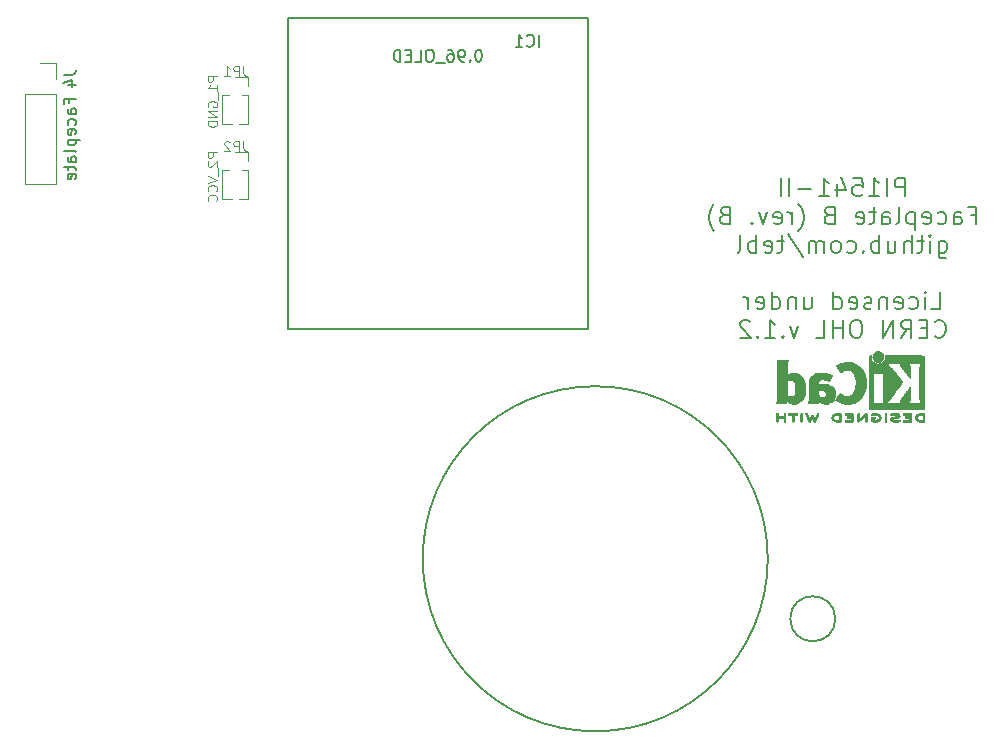
<source format=gbo>
G04 #@! TF.GenerationSoftware,KiCad,Pcbnew,(5.1.8)-1*
G04 #@! TF.CreationDate,2021-01-12T00:32:37+01:00*
G04 #@! TF.ProjectId,C64 Pi1541-II FaceplateB,43363420-5069-4313-9534-312d49492046,rev?*
G04 #@! TF.SameCoordinates,Original*
G04 #@! TF.FileFunction,Legend,Bot*
G04 #@! TF.FilePolarity,Positive*
%FSLAX46Y46*%
G04 Gerber Fmt 4.6, Leading zero omitted, Abs format (unit mm)*
G04 Created by KiCad (PCBNEW (5.1.8)-1) date 2021-01-12 00:32:37*
%MOMM*%
%LPD*%
G01*
G04 APERTURE LIST*
%ADD10C,0.150000*%
%ADD11C,0.010000*%
%ADD12C,0.120000*%
%ADD13C,0.100000*%
G04 APERTURE END LIST*
D10*
X135890000Y-103505000D02*
G75*
G03*
X135890000Y-103505000I-14605000J0D01*
G01*
X141605000Y-108585000D02*
G75*
G03*
X141605000Y-108585000I-1905000J0D01*
G01*
X147490000Y-72783571D02*
X147490000Y-71283571D01*
X146918571Y-71283571D01*
X146775714Y-71355000D01*
X146704285Y-71426428D01*
X146632857Y-71569285D01*
X146632857Y-71783571D01*
X146704285Y-71926428D01*
X146775714Y-71997857D01*
X146918571Y-72069285D01*
X147490000Y-72069285D01*
X145990000Y-72783571D02*
X145990000Y-71283571D01*
X144490000Y-72783571D02*
X145347142Y-72783571D01*
X144918571Y-72783571D02*
X144918571Y-71283571D01*
X145061428Y-71497857D01*
X145204285Y-71640714D01*
X145347142Y-71712142D01*
X143132857Y-71283571D02*
X143847142Y-71283571D01*
X143918571Y-71997857D01*
X143847142Y-71926428D01*
X143704285Y-71855000D01*
X143347142Y-71855000D01*
X143204285Y-71926428D01*
X143132857Y-71997857D01*
X143061428Y-72140714D01*
X143061428Y-72497857D01*
X143132857Y-72640714D01*
X143204285Y-72712142D01*
X143347142Y-72783571D01*
X143704285Y-72783571D01*
X143847142Y-72712142D01*
X143918571Y-72640714D01*
X141775714Y-71783571D02*
X141775714Y-72783571D01*
X142132857Y-71212142D02*
X142490000Y-72283571D01*
X141561428Y-72283571D01*
X140204285Y-72783571D02*
X141061428Y-72783571D01*
X140632857Y-72783571D02*
X140632857Y-71283571D01*
X140775714Y-71497857D01*
X140918571Y-71640714D01*
X141061428Y-71712142D01*
X139561428Y-72212142D02*
X138418571Y-72212142D01*
X137704285Y-72783571D02*
X137704285Y-71283571D01*
X136990000Y-72783571D02*
X136990000Y-71283571D01*
X153061428Y-74397857D02*
X153561428Y-74397857D01*
X153561428Y-75183571D02*
X153561428Y-73683571D01*
X152847142Y-73683571D01*
X151632857Y-75183571D02*
X151632857Y-74397857D01*
X151704285Y-74255000D01*
X151847142Y-74183571D01*
X152132857Y-74183571D01*
X152275714Y-74255000D01*
X151632857Y-75112142D02*
X151775714Y-75183571D01*
X152132857Y-75183571D01*
X152275714Y-75112142D01*
X152347142Y-74969285D01*
X152347142Y-74826428D01*
X152275714Y-74683571D01*
X152132857Y-74612142D01*
X151775714Y-74612142D01*
X151632857Y-74540714D01*
X150275714Y-75112142D02*
X150418571Y-75183571D01*
X150704285Y-75183571D01*
X150847142Y-75112142D01*
X150918571Y-75040714D01*
X150990000Y-74897857D01*
X150990000Y-74469285D01*
X150918571Y-74326428D01*
X150847142Y-74255000D01*
X150704285Y-74183571D01*
X150418571Y-74183571D01*
X150275714Y-74255000D01*
X149061428Y-75112142D02*
X149204285Y-75183571D01*
X149490000Y-75183571D01*
X149632857Y-75112142D01*
X149704285Y-74969285D01*
X149704285Y-74397857D01*
X149632857Y-74255000D01*
X149490000Y-74183571D01*
X149204285Y-74183571D01*
X149061428Y-74255000D01*
X148990000Y-74397857D01*
X148990000Y-74540714D01*
X149704285Y-74683571D01*
X148347142Y-74183571D02*
X148347142Y-75683571D01*
X148347142Y-74255000D02*
X148204285Y-74183571D01*
X147918571Y-74183571D01*
X147775714Y-74255000D01*
X147704285Y-74326428D01*
X147632857Y-74469285D01*
X147632857Y-74897857D01*
X147704285Y-75040714D01*
X147775714Y-75112142D01*
X147918571Y-75183571D01*
X148204285Y-75183571D01*
X148347142Y-75112142D01*
X146775714Y-75183571D02*
X146918571Y-75112142D01*
X146990000Y-74969285D01*
X146990000Y-73683571D01*
X145561428Y-75183571D02*
X145561428Y-74397857D01*
X145632857Y-74255000D01*
X145775714Y-74183571D01*
X146061428Y-74183571D01*
X146204285Y-74255000D01*
X145561428Y-75112142D02*
X145704285Y-75183571D01*
X146061428Y-75183571D01*
X146204285Y-75112142D01*
X146275714Y-74969285D01*
X146275714Y-74826428D01*
X146204285Y-74683571D01*
X146061428Y-74612142D01*
X145704285Y-74612142D01*
X145561428Y-74540714D01*
X145061428Y-74183571D02*
X144490000Y-74183571D01*
X144847142Y-73683571D02*
X144847142Y-74969285D01*
X144775714Y-75112142D01*
X144632857Y-75183571D01*
X144490000Y-75183571D01*
X143418571Y-75112142D02*
X143561428Y-75183571D01*
X143847142Y-75183571D01*
X143990000Y-75112142D01*
X144061428Y-74969285D01*
X144061428Y-74397857D01*
X143990000Y-74255000D01*
X143847142Y-74183571D01*
X143561428Y-74183571D01*
X143418571Y-74255000D01*
X143347142Y-74397857D01*
X143347142Y-74540714D01*
X144061428Y-74683571D01*
X141061428Y-74397857D02*
X140847142Y-74469285D01*
X140775714Y-74540714D01*
X140704285Y-74683571D01*
X140704285Y-74897857D01*
X140775714Y-75040714D01*
X140847142Y-75112142D01*
X140990000Y-75183571D01*
X141561428Y-75183571D01*
X141561428Y-73683571D01*
X141061428Y-73683571D01*
X140918571Y-73755000D01*
X140847142Y-73826428D01*
X140775714Y-73969285D01*
X140775714Y-74112142D01*
X140847142Y-74255000D01*
X140918571Y-74326428D01*
X141061428Y-74397857D01*
X141561428Y-74397857D01*
X138490000Y-75755000D02*
X138561428Y-75683571D01*
X138704285Y-75469285D01*
X138775714Y-75326428D01*
X138847142Y-75112142D01*
X138918571Y-74755000D01*
X138918571Y-74469285D01*
X138847142Y-74112142D01*
X138775714Y-73897857D01*
X138704285Y-73755000D01*
X138561428Y-73540714D01*
X138490000Y-73469285D01*
X137918571Y-75183571D02*
X137918571Y-74183571D01*
X137918571Y-74469285D02*
X137847142Y-74326428D01*
X137775714Y-74255000D01*
X137632857Y-74183571D01*
X137490000Y-74183571D01*
X136418571Y-75112142D02*
X136561428Y-75183571D01*
X136847142Y-75183571D01*
X136990000Y-75112142D01*
X137061428Y-74969285D01*
X137061428Y-74397857D01*
X136990000Y-74255000D01*
X136847142Y-74183571D01*
X136561428Y-74183571D01*
X136418571Y-74255000D01*
X136347142Y-74397857D01*
X136347142Y-74540714D01*
X137061428Y-74683571D01*
X135847142Y-74183571D02*
X135490000Y-75183571D01*
X135132857Y-74183571D01*
X134561428Y-75040714D02*
X134490000Y-75112142D01*
X134561428Y-75183571D01*
X134632857Y-75112142D01*
X134561428Y-75040714D01*
X134561428Y-75183571D01*
X132204285Y-74397857D02*
X131990000Y-74469285D01*
X131918571Y-74540714D01*
X131847142Y-74683571D01*
X131847142Y-74897857D01*
X131918571Y-75040714D01*
X131990000Y-75112142D01*
X132132857Y-75183571D01*
X132704285Y-75183571D01*
X132704285Y-73683571D01*
X132204285Y-73683571D01*
X132061428Y-73755000D01*
X131990000Y-73826428D01*
X131918571Y-73969285D01*
X131918571Y-74112142D01*
X131990000Y-74255000D01*
X132061428Y-74326428D01*
X132204285Y-74397857D01*
X132704285Y-74397857D01*
X131347142Y-75755000D02*
X131275714Y-75683571D01*
X131132857Y-75469285D01*
X131061428Y-75326428D01*
X130990000Y-75112142D01*
X130918571Y-74755000D01*
X130918571Y-74469285D01*
X130990000Y-74112142D01*
X131061428Y-73897857D01*
X131132857Y-73755000D01*
X131275714Y-73540714D01*
X131347142Y-73469285D01*
X150347142Y-76583571D02*
X150347142Y-77797857D01*
X150418571Y-77940714D01*
X150490000Y-78012142D01*
X150632857Y-78083571D01*
X150847142Y-78083571D01*
X150990000Y-78012142D01*
X150347142Y-77512142D02*
X150490000Y-77583571D01*
X150775714Y-77583571D01*
X150918571Y-77512142D01*
X150990000Y-77440714D01*
X151061428Y-77297857D01*
X151061428Y-76869285D01*
X150990000Y-76726428D01*
X150918571Y-76655000D01*
X150775714Y-76583571D01*
X150490000Y-76583571D01*
X150347142Y-76655000D01*
X149632857Y-77583571D02*
X149632857Y-76583571D01*
X149632857Y-76083571D02*
X149704285Y-76155000D01*
X149632857Y-76226428D01*
X149561428Y-76155000D01*
X149632857Y-76083571D01*
X149632857Y-76226428D01*
X149132857Y-76583571D02*
X148561428Y-76583571D01*
X148918571Y-76083571D02*
X148918571Y-77369285D01*
X148847142Y-77512142D01*
X148704285Y-77583571D01*
X148561428Y-77583571D01*
X148061428Y-77583571D02*
X148061428Y-76083571D01*
X147418571Y-77583571D02*
X147418571Y-76797857D01*
X147490000Y-76655000D01*
X147632857Y-76583571D01*
X147847142Y-76583571D01*
X147990000Y-76655000D01*
X148061428Y-76726428D01*
X146061428Y-76583571D02*
X146061428Y-77583571D01*
X146704285Y-76583571D02*
X146704285Y-77369285D01*
X146632857Y-77512142D01*
X146490000Y-77583571D01*
X146275714Y-77583571D01*
X146132857Y-77512142D01*
X146061428Y-77440714D01*
X145347142Y-77583571D02*
X145347142Y-76083571D01*
X145347142Y-76655000D02*
X145204285Y-76583571D01*
X144918571Y-76583571D01*
X144775714Y-76655000D01*
X144704285Y-76726428D01*
X144632857Y-76869285D01*
X144632857Y-77297857D01*
X144704285Y-77440714D01*
X144775714Y-77512142D01*
X144918571Y-77583571D01*
X145204285Y-77583571D01*
X145347142Y-77512142D01*
X143990000Y-77440714D02*
X143918571Y-77512142D01*
X143990000Y-77583571D01*
X144061428Y-77512142D01*
X143990000Y-77440714D01*
X143990000Y-77583571D01*
X142632857Y-77512142D02*
X142775714Y-77583571D01*
X143061428Y-77583571D01*
X143204285Y-77512142D01*
X143275714Y-77440714D01*
X143347142Y-77297857D01*
X143347142Y-76869285D01*
X143275714Y-76726428D01*
X143204285Y-76655000D01*
X143061428Y-76583571D01*
X142775714Y-76583571D01*
X142632857Y-76655000D01*
X141775714Y-77583571D02*
X141918571Y-77512142D01*
X141990000Y-77440714D01*
X142061428Y-77297857D01*
X142061428Y-76869285D01*
X141990000Y-76726428D01*
X141918571Y-76655000D01*
X141775714Y-76583571D01*
X141561428Y-76583571D01*
X141418571Y-76655000D01*
X141347142Y-76726428D01*
X141275714Y-76869285D01*
X141275714Y-77297857D01*
X141347142Y-77440714D01*
X141418571Y-77512142D01*
X141561428Y-77583571D01*
X141775714Y-77583571D01*
X140632857Y-77583571D02*
X140632857Y-76583571D01*
X140632857Y-76726428D02*
X140561428Y-76655000D01*
X140418571Y-76583571D01*
X140204285Y-76583571D01*
X140061428Y-76655000D01*
X139990000Y-76797857D01*
X139990000Y-77583571D01*
X139990000Y-76797857D02*
X139918571Y-76655000D01*
X139775714Y-76583571D01*
X139561428Y-76583571D01*
X139418571Y-76655000D01*
X139347142Y-76797857D01*
X139347142Y-77583571D01*
X137561428Y-76012142D02*
X138847142Y-77940714D01*
X137275714Y-76583571D02*
X136704285Y-76583571D01*
X137061428Y-76083571D02*
X137061428Y-77369285D01*
X136990000Y-77512142D01*
X136847142Y-77583571D01*
X136704285Y-77583571D01*
X135632857Y-77512142D02*
X135775714Y-77583571D01*
X136061428Y-77583571D01*
X136204285Y-77512142D01*
X136275714Y-77369285D01*
X136275714Y-76797857D01*
X136204285Y-76655000D01*
X136061428Y-76583571D01*
X135775714Y-76583571D01*
X135632857Y-76655000D01*
X135561428Y-76797857D01*
X135561428Y-76940714D01*
X136275714Y-77083571D01*
X134918571Y-77583571D02*
X134918571Y-76083571D01*
X134918571Y-76655000D02*
X134775714Y-76583571D01*
X134490000Y-76583571D01*
X134347142Y-76655000D01*
X134275714Y-76726428D01*
X134204285Y-76869285D01*
X134204285Y-77297857D01*
X134275714Y-77440714D01*
X134347142Y-77512142D01*
X134490000Y-77583571D01*
X134775714Y-77583571D01*
X134918571Y-77512142D01*
X133347142Y-77583571D02*
X133490000Y-77512142D01*
X133561428Y-77369285D01*
X133561428Y-76083571D01*
X149740000Y-82383571D02*
X150454285Y-82383571D01*
X150454285Y-80883571D01*
X149240000Y-82383571D02*
X149240000Y-81383571D01*
X149240000Y-80883571D02*
X149311428Y-80955000D01*
X149240000Y-81026428D01*
X149168571Y-80955000D01*
X149240000Y-80883571D01*
X149240000Y-81026428D01*
X147882857Y-82312142D02*
X148025714Y-82383571D01*
X148311428Y-82383571D01*
X148454285Y-82312142D01*
X148525714Y-82240714D01*
X148597142Y-82097857D01*
X148597142Y-81669285D01*
X148525714Y-81526428D01*
X148454285Y-81455000D01*
X148311428Y-81383571D01*
X148025714Y-81383571D01*
X147882857Y-81455000D01*
X146668571Y-82312142D02*
X146811428Y-82383571D01*
X147097142Y-82383571D01*
X147240000Y-82312142D01*
X147311428Y-82169285D01*
X147311428Y-81597857D01*
X147240000Y-81455000D01*
X147097142Y-81383571D01*
X146811428Y-81383571D01*
X146668571Y-81455000D01*
X146597142Y-81597857D01*
X146597142Y-81740714D01*
X147311428Y-81883571D01*
X145954285Y-81383571D02*
X145954285Y-82383571D01*
X145954285Y-81526428D02*
X145882857Y-81455000D01*
X145740000Y-81383571D01*
X145525714Y-81383571D01*
X145382857Y-81455000D01*
X145311428Y-81597857D01*
X145311428Y-82383571D01*
X144668571Y-82312142D02*
X144525714Y-82383571D01*
X144240000Y-82383571D01*
X144097142Y-82312142D01*
X144025714Y-82169285D01*
X144025714Y-82097857D01*
X144097142Y-81955000D01*
X144240000Y-81883571D01*
X144454285Y-81883571D01*
X144597142Y-81812142D01*
X144668571Y-81669285D01*
X144668571Y-81597857D01*
X144597142Y-81455000D01*
X144454285Y-81383571D01*
X144240000Y-81383571D01*
X144097142Y-81455000D01*
X142811428Y-82312142D02*
X142954285Y-82383571D01*
X143240000Y-82383571D01*
X143382857Y-82312142D01*
X143454285Y-82169285D01*
X143454285Y-81597857D01*
X143382857Y-81455000D01*
X143240000Y-81383571D01*
X142954285Y-81383571D01*
X142811428Y-81455000D01*
X142740000Y-81597857D01*
X142740000Y-81740714D01*
X143454285Y-81883571D01*
X141454285Y-82383571D02*
X141454285Y-80883571D01*
X141454285Y-82312142D02*
X141597142Y-82383571D01*
X141882857Y-82383571D01*
X142025714Y-82312142D01*
X142097142Y-82240714D01*
X142168571Y-82097857D01*
X142168571Y-81669285D01*
X142097142Y-81526428D01*
X142025714Y-81455000D01*
X141882857Y-81383571D01*
X141597142Y-81383571D01*
X141454285Y-81455000D01*
X138954285Y-81383571D02*
X138954285Y-82383571D01*
X139597142Y-81383571D02*
X139597142Y-82169285D01*
X139525714Y-82312142D01*
X139382857Y-82383571D01*
X139168571Y-82383571D01*
X139025714Y-82312142D01*
X138954285Y-82240714D01*
X138240000Y-81383571D02*
X138240000Y-82383571D01*
X138240000Y-81526428D02*
X138168571Y-81455000D01*
X138025714Y-81383571D01*
X137811428Y-81383571D01*
X137668571Y-81455000D01*
X137597142Y-81597857D01*
X137597142Y-82383571D01*
X136240000Y-82383571D02*
X136240000Y-80883571D01*
X136240000Y-82312142D02*
X136382857Y-82383571D01*
X136668571Y-82383571D01*
X136811428Y-82312142D01*
X136882857Y-82240714D01*
X136954285Y-82097857D01*
X136954285Y-81669285D01*
X136882857Y-81526428D01*
X136811428Y-81455000D01*
X136668571Y-81383571D01*
X136382857Y-81383571D01*
X136240000Y-81455000D01*
X134954285Y-82312142D02*
X135097142Y-82383571D01*
X135382857Y-82383571D01*
X135525714Y-82312142D01*
X135597142Y-82169285D01*
X135597142Y-81597857D01*
X135525714Y-81455000D01*
X135382857Y-81383571D01*
X135097142Y-81383571D01*
X134954285Y-81455000D01*
X134882857Y-81597857D01*
X134882857Y-81740714D01*
X135597142Y-81883571D01*
X134240000Y-82383571D02*
X134240000Y-81383571D01*
X134240000Y-81669285D02*
X134168571Y-81526428D01*
X134097142Y-81455000D01*
X133954285Y-81383571D01*
X133811428Y-81383571D01*
X150025714Y-84640714D02*
X150097142Y-84712142D01*
X150311428Y-84783571D01*
X150454285Y-84783571D01*
X150668571Y-84712142D01*
X150811428Y-84569285D01*
X150882857Y-84426428D01*
X150954285Y-84140714D01*
X150954285Y-83926428D01*
X150882857Y-83640714D01*
X150811428Y-83497857D01*
X150668571Y-83355000D01*
X150454285Y-83283571D01*
X150311428Y-83283571D01*
X150097142Y-83355000D01*
X150025714Y-83426428D01*
X149382857Y-83997857D02*
X148882857Y-83997857D01*
X148668571Y-84783571D02*
X149382857Y-84783571D01*
X149382857Y-83283571D01*
X148668571Y-83283571D01*
X147168571Y-84783571D02*
X147668571Y-84069285D01*
X148025714Y-84783571D02*
X148025714Y-83283571D01*
X147454285Y-83283571D01*
X147311428Y-83355000D01*
X147240000Y-83426428D01*
X147168571Y-83569285D01*
X147168571Y-83783571D01*
X147240000Y-83926428D01*
X147311428Y-83997857D01*
X147454285Y-84069285D01*
X148025714Y-84069285D01*
X146525714Y-84783571D02*
X146525714Y-83283571D01*
X145668571Y-84783571D01*
X145668571Y-83283571D01*
X143525714Y-83283571D02*
X143240000Y-83283571D01*
X143097142Y-83355000D01*
X142954285Y-83497857D01*
X142882857Y-83783571D01*
X142882857Y-84283571D01*
X142954285Y-84569285D01*
X143097142Y-84712142D01*
X143240000Y-84783571D01*
X143525714Y-84783571D01*
X143668571Y-84712142D01*
X143811428Y-84569285D01*
X143882857Y-84283571D01*
X143882857Y-83783571D01*
X143811428Y-83497857D01*
X143668571Y-83355000D01*
X143525714Y-83283571D01*
X142240000Y-84783571D02*
X142240000Y-83283571D01*
X142240000Y-83997857D02*
X141382857Y-83997857D01*
X141382857Y-84783571D02*
X141382857Y-83283571D01*
X139954285Y-84783571D02*
X140668571Y-84783571D01*
X140668571Y-83283571D01*
X138454285Y-83783571D02*
X138097142Y-84783571D01*
X137740000Y-83783571D01*
X137168571Y-84640714D02*
X137097142Y-84712142D01*
X137168571Y-84783571D01*
X137240000Y-84712142D01*
X137168571Y-84640714D01*
X137168571Y-84783571D01*
X135668571Y-84783571D02*
X136525714Y-84783571D01*
X136097142Y-84783571D02*
X136097142Y-83283571D01*
X136240000Y-83497857D01*
X136382857Y-83640714D01*
X136525714Y-83712142D01*
X135025714Y-84640714D02*
X134954285Y-84712142D01*
X135025714Y-84783571D01*
X135097142Y-84712142D01*
X135025714Y-84640714D01*
X135025714Y-84783571D01*
X134382857Y-83426428D02*
X134311428Y-83355000D01*
X134168571Y-83283571D01*
X133811428Y-83283571D01*
X133668571Y-83355000D01*
X133597142Y-83426428D01*
X133525714Y-83569285D01*
X133525714Y-83712142D01*
X133597142Y-83926428D01*
X134454285Y-84783571D01*
X133525714Y-84783571D01*
X95250000Y-57755000D02*
X120650000Y-57755000D01*
X95250000Y-57755000D02*
X95250000Y-84055000D01*
X95250000Y-84055000D02*
X120650000Y-84055000D01*
X120650000Y-84055000D02*
X120650000Y-57755000D01*
D11*
G36*
X148996371Y-91169066D02*
G01*
X148956889Y-91169467D01*
X148841200Y-91172259D01*
X148744311Y-91180550D01*
X148662919Y-91195232D01*
X148593723Y-91217193D01*
X148533420Y-91247322D01*
X148478708Y-91286510D01*
X148459167Y-91303532D01*
X148426750Y-91343363D01*
X148397520Y-91397413D01*
X148374991Y-91457323D01*
X148362679Y-91514739D01*
X148361400Y-91535956D01*
X148369417Y-91594769D01*
X148390899Y-91659013D01*
X148421999Y-91719821D01*
X148458866Y-91768330D01*
X148464854Y-91774182D01*
X148515579Y-91815321D01*
X148571125Y-91847435D01*
X148634696Y-91871365D01*
X148709494Y-91887953D01*
X148798722Y-91898041D01*
X148905582Y-91902469D01*
X148954528Y-91902845D01*
X149016762Y-91902545D01*
X149060528Y-91901292D01*
X149089931Y-91898554D01*
X149109079Y-91893801D01*
X149122077Y-91886501D01*
X149129045Y-91880267D01*
X149135626Y-91872694D01*
X149140788Y-91862924D01*
X149144703Y-91848340D01*
X149147543Y-91826326D01*
X149149480Y-91794264D01*
X149150684Y-91749536D01*
X149151328Y-91689526D01*
X149151583Y-91611617D01*
X149151622Y-91535956D01*
X149151870Y-91435041D01*
X149151817Y-91354427D01*
X149150857Y-91315822D01*
X149004867Y-91315822D01*
X149004867Y-91756089D01*
X148911734Y-91756004D01*
X148855693Y-91754396D01*
X148796999Y-91750256D01*
X148748028Y-91744464D01*
X148746538Y-91744226D01*
X148667392Y-91725090D01*
X148606002Y-91695287D01*
X148559305Y-91652878D01*
X148529635Y-91606961D01*
X148511353Y-91556026D01*
X148512771Y-91508200D01*
X148533988Y-91456933D01*
X148575489Y-91403899D01*
X148632998Y-91364600D01*
X148707750Y-91338331D01*
X148757708Y-91329035D01*
X148814416Y-91322507D01*
X148874519Y-91317782D01*
X148925639Y-91315817D01*
X148928667Y-91315808D01*
X149004867Y-91315822D01*
X149150857Y-91315822D01*
X149150260Y-91291851D01*
X149145998Y-91245055D01*
X149137830Y-91211778D01*
X149124556Y-91189759D01*
X149104974Y-91176739D01*
X149077883Y-91170457D01*
X149042082Y-91168653D01*
X148996371Y-91169066D01*
G37*
X148996371Y-91169066D02*
X148956889Y-91169467D01*
X148841200Y-91172259D01*
X148744311Y-91180550D01*
X148662919Y-91195232D01*
X148593723Y-91217193D01*
X148533420Y-91247322D01*
X148478708Y-91286510D01*
X148459167Y-91303532D01*
X148426750Y-91343363D01*
X148397520Y-91397413D01*
X148374991Y-91457323D01*
X148362679Y-91514739D01*
X148361400Y-91535956D01*
X148369417Y-91594769D01*
X148390899Y-91659013D01*
X148421999Y-91719821D01*
X148458866Y-91768330D01*
X148464854Y-91774182D01*
X148515579Y-91815321D01*
X148571125Y-91847435D01*
X148634696Y-91871365D01*
X148709494Y-91887953D01*
X148798722Y-91898041D01*
X148905582Y-91902469D01*
X148954528Y-91902845D01*
X149016762Y-91902545D01*
X149060528Y-91901292D01*
X149089931Y-91898554D01*
X149109079Y-91893801D01*
X149122077Y-91886501D01*
X149129045Y-91880267D01*
X149135626Y-91872694D01*
X149140788Y-91862924D01*
X149144703Y-91848340D01*
X149147543Y-91826326D01*
X149149480Y-91794264D01*
X149150684Y-91749536D01*
X149151328Y-91689526D01*
X149151583Y-91611617D01*
X149151622Y-91535956D01*
X149151870Y-91435041D01*
X149151817Y-91354427D01*
X149150857Y-91315822D01*
X149004867Y-91315822D01*
X149004867Y-91756089D01*
X148911734Y-91756004D01*
X148855693Y-91754396D01*
X148796999Y-91750256D01*
X148748028Y-91744464D01*
X148746538Y-91744226D01*
X148667392Y-91725090D01*
X148606002Y-91695287D01*
X148559305Y-91652878D01*
X148529635Y-91606961D01*
X148511353Y-91556026D01*
X148512771Y-91508200D01*
X148533988Y-91456933D01*
X148575489Y-91403899D01*
X148632998Y-91364600D01*
X148707750Y-91338331D01*
X148757708Y-91329035D01*
X148814416Y-91322507D01*
X148874519Y-91317782D01*
X148925639Y-91315817D01*
X148928667Y-91315808D01*
X149004867Y-91315822D01*
X149150857Y-91315822D01*
X149150260Y-91291851D01*
X149145998Y-91245055D01*
X149137830Y-91211778D01*
X149124556Y-91189759D01*
X149104974Y-91176739D01*
X149077883Y-91170457D01*
X149042082Y-91168653D01*
X148996371Y-91169066D01*
G36*
X147587794Y-91169146D02*
G01*
X147518386Y-91169518D01*
X147465997Y-91170385D01*
X147427847Y-91171946D01*
X147401159Y-91174403D01*
X147383153Y-91177957D01*
X147371049Y-91182810D01*
X147362069Y-91189161D01*
X147358818Y-91192084D01*
X147339043Y-91223142D01*
X147335482Y-91258828D01*
X147348491Y-91290510D01*
X147354506Y-91296913D01*
X147364235Y-91303121D01*
X147379901Y-91307910D01*
X147404408Y-91311514D01*
X147440661Y-91314164D01*
X147491565Y-91316095D01*
X147560026Y-91317539D01*
X147622617Y-91318418D01*
X147870334Y-91321467D01*
X147873719Y-91386378D01*
X147877105Y-91451289D01*
X147708958Y-91451289D01*
X147635959Y-91451919D01*
X147582517Y-91454553D01*
X147545628Y-91460309D01*
X147522288Y-91470304D01*
X147509494Y-91485656D01*
X147504242Y-91507482D01*
X147503445Y-91527738D01*
X147505923Y-91552592D01*
X147515277Y-91570906D01*
X147534383Y-91583637D01*
X147566118Y-91591741D01*
X147613359Y-91596176D01*
X147678983Y-91597899D01*
X147714801Y-91598045D01*
X147875978Y-91598045D01*
X147875978Y-91756089D01*
X147627622Y-91756089D01*
X147546213Y-91756202D01*
X147484342Y-91756712D01*
X147438968Y-91757870D01*
X147407054Y-91759930D01*
X147385559Y-91763146D01*
X147371443Y-91767772D01*
X147361668Y-91774059D01*
X147356689Y-91778667D01*
X147339610Y-91805560D01*
X147334111Y-91829467D01*
X147341963Y-91858667D01*
X147356689Y-91880267D01*
X147364546Y-91887066D01*
X147374688Y-91892346D01*
X147389844Y-91896298D01*
X147412741Y-91899113D01*
X147446109Y-91900982D01*
X147492675Y-91902098D01*
X147555167Y-91902651D01*
X147636314Y-91902833D01*
X147678422Y-91902845D01*
X147768598Y-91902765D01*
X147838924Y-91902398D01*
X147892129Y-91901552D01*
X147930940Y-91900036D01*
X147958087Y-91897659D01*
X147976298Y-91894229D01*
X147988300Y-91889554D01*
X147996822Y-91883444D01*
X148000156Y-91880267D01*
X148006755Y-91872670D01*
X148011927Y-91862870D01*
X148015846Y-91848239D01*
X148018684Y-91826152D01*
X148020615Y-91793982D01*
X148021812Y-91749103D01*
X148022448Y-91688889D01*
X148022697Y-91610713D01*
X148022734Y-91537923D01*
X148022700Y-91444707D01*
X148022465Y-91371431D01*
X148021830Y-91315458D01*
X148020594Y-91274151D01*
X148018556Y-91244872D01*
X148015517Y-91224984D01*
X148011277Y-91211850D01*
X148005635Y-91202832D01*
X147998391Y-91195293D01*
X147996606Y-91193612D01*
X147987945Y-91186172D01*
X147977882Y-91180409D01*
X147963625Y-91176112D01*
X147942383Y-91173064D01*
X147911364Y-91171051D01*
X147867777Y-91169860D01*
X147808831Y-91169275D01*
X147731734Y-91169083D01*
X147677001Y-91169067D01*
X147587794Y-91169146D01*
G37*
X147587794Y-91169146D02*
X147518386Y-91169518D01*
X147465997Y-91170385D01*
X147427847Y-91171946D01*
X147401159Y-91174403D01*
X147383153Y-91177957D01*
X147371049Y-91182810D01*
X147362069Y-91189161D01*
X147358818Y-91192084D01*
X147339043Y-91223142D01*
X147335482Y-91258828D01*
X147348491Y-91290510D01*
X147354506Y-91296913D01*
X147364235Y-91303121D01*
X147379901Y-91307910D01*
X147404408Y-91311514D01*
X147440661Y-91314164D01*
X147491565Y-91316095D01*
X147560026Y-91317539D01*
X147622617Y-91318418D01*
X147870334Y-91321467D01*
X147873719Y-91386378D01*
X147877105Y-91451289D01*
X147708958Y-91451289D01*
X147635959Y-91451919D01*
X147582517Y-91454553D01*
X147545628Y-91460309D01*
X147522288Y-91470304D01*
X147509494Y-91485656D01*
X147504242Y-91507482D01*
X147503445Y-91527738D01*
X147505923Y-91552592D01*
X147515277Y-91570906D01*
X147534383Y-91583637D01*
X147566118Y-91591741D01*
X147613359Y-91596176D01*
X147678983Y-91597899D01*
X147714801Y-91598045D01*
X147875978Y-91598045D01*
X147875978Y-91756089D01*
X147627622Y-91756089D01*
X147546213Y-91756202D01*
X147484342Y-91756712D01*
X147438968Y-91757870D01*
X147407054Y-91759930D01*
X147385559Y-91763146D01*
X147371443Y-91767772D01*
X147361668Y-91774059D01*
X147356689Y-91778667D01*
X147339610Y-91805560D01*
X147334111Y-91829467D01*
X147341963Y-91858667D01*
X147356689Y-91880267D01*
X147364546Y-91887066D01*
X147374688Y-91892346D01*
X147389844Y-91896298D01*
X147412741Y-91899113D01*
X147446109Y-91900982D01*
X147492675Y-91902098D01*
X147555167Y-91902651D01*
X147636314Y-91902833D01*
X147678422Y-91902845D01*
X147768598Y-91902765D01*
X147838924Y-91902398D01*
X147892129Y-91901552D01*
X147930940Y-91900036D01*
X147958087Y-91897659D01*
X147976298Y-91894229D01*
X147988300Y-91889554D01*
X147996822Y-91883444D01*
X148000156Y-91880267D01*
X148006755Y-91872670D01*
X148011927Y-91862870D01*
X148015846Y-91848239D01*
X148018684Y-91826152D01*
X148020615Y-91793982D01*
X148021812Y-91749103D01*
X148022448Y-91688889D01*
X148022697Y-91610713D01*
X148022734Y-91537923D01*
X148022700Y-91444707D01*
X148022465Y-91371431D01*
X148021830Y-91315458D01*
X148020594Y-91274151D01*
X148018556Y-91244872D01*
X148015517Y-91224984D01*
X148011277Y-91211850D01*
X148005635Y-91202832D01*
X147998391Y-91195293D01*
X147996606Y-91193612D01*
X147987945Y-91186172D01*
X147977882Y-91180409D01*
X147963625Y-91176112D01*
X147942383Y-91173064D01*
X147911364Y-91171051D01*
X147867777Y-91169860D01*
X147808831Y-91169275D01*
X147731734Y-91169083D01*
X147677001Y-91169067D01*
X147587794Y-91169146D01*
G36*
X146566703Y-91170351D02*
G01*
X146491888Y-91175581D01*
X146422306Y-91183750D01*
X146362002Y-91194550D01*
X146315020Y-91207673D01*
X146285406Y-91222813D01*
X146280860Y-91227269D01*
X146265054Y-91261850D01*
X146269847Y-91297351D01*
X146294364Y-91327725D01*
X146295534Y-91328596D01*
X146309954Y-91337954D01*
X146325008Y-91342876D01*
X146346005Y-91343473D01*
X146378257Y-91339861D01*
X146427073Y-91332154D01*
X146431000Y-91331505D01*
X146503739Y-91322569D01*
X146582217Y-91318161D01*
X146660927Y-91318119D01*
X146734361Y-91322279D01*
X146797011Y-91330479D01*
X146843370Y-91342557D01*
X146846416Y-91343771D01*
X146880048Y-91362615D01*
X146891864Y-91381685D01*
X146882614Y-91400439D01*
X146853047Y-91418337D01*
X146803911Y-91434837D01*
X146735957Y-91449396D01*
X146690645Y-91456406D01*
X146596456Y-91469889D01*
X146521544Y-91482214D01*
X146462717Y-91494449D01*
X146416785Y-91507661D01*
X146380555Y-91522917D01*
X146350838Y-91541285D01*
X146324442Y-91563831D01*
X146303230Y-91585971D01*
X146278065Y-91616819D01*
X146265681Y-91643345D01*
X146261808Y-91676026D01*
X146261667Y-91687995D01*
X146264576Y-91727712D01*
X146276202Y-91757259D01*
X146296323Y-91783486D01*
X146337216Y-91823576D01*
X146382817Y-91854149D01*
X146436513Y-91876203D01*
X146501692Y-91890735D01*
X146581744Y-91898741D01*
X146680057Y-91901218D01*
X146696289Y-91901177D01*
X146761849Y-91899818D01*
X146826866Y-91896730D01*
X146884252Y-91892356D01*
X146926922Y-91887140D01*
X146930372Y-91886541D01*
X146972796Y-91876491D01*
X147008780Y-91863796D01*
X147029150Y-91852190D01*
X147048107Y-91821572D01*
X147049427Y-91785918D01*
X147033085Y-91754144D01*
X147029429Y-91750551D01*
X147014315Y-91739876D01*
X146995415Y-91735276D01*
X146966162Y-91736059D01*
X146930651Y-91740127D01*
X146890970Y-91743762D01*
X146835345Y-91746828D01*
X146770406Y-91749053D01*
X146702785Y-91750164D01*
X146685000Y-91750237D01*
X146617128Y-91749964D01*
X146567454Y-91748646D01*
X146531610Y-91745827D01*
X146505224Y-91741050D01*
X146483926Y-91733857D01*
X146471126Y-91727867D01*
X146443000Y-91711233D01*
X146425068Y-91696168D01*
X146422447Y-91691897D01*
X146427976Y-91674263D01*
X146454260Y-91657192D01*
X146499478Y-91641458D01*
X146561808Y-91627838D01*
X146580171Y-91624804D01*
X146676090Y-91609738D01*
X146752641Y-91597146D01*
X146812780Y-91586111D01*
X146859460Y-91575720D01*
X146895637Y-91565056D01*
X146924265Y-91553205D01*
X146948298Y-91539251D01*
X146970692Y-91522281D01*
X146994402Y-91501378D01*
X147002380Y-91494049D01*
X147030353Y-91466699D01*
X147045160Y-91445029D01*
X147050952Y-91420232D01*
X147051889Y-91388983D01*
X147041575Y-91327705D01*
X147010752Y-91275640D01*
X146959595Y-91232958D01*
X146888283Y-91199825D01*
X146837400Y-91184964D01*
X146782100Y-91175366D01*
X146715853Y-91169936D01*
X146642706Y-91168367D01*
X146566703Y-91170351D01*
G37*
X146566703Y-91170351D02*
X146491888Y-91175581D01*
X146422306Y-91183750D01*
X146362002Y-91194550D01*
X146315020Y-91207673D01*
X146285406Y-91222813D01*
X146280860Y-91227269D01*
X146265054Y-91261850D01*
X146269847Y-91297351D01*
X146294364Y-91327725D01*
X146295534Y-91328596D01*
X146309954Y-91337954D01*
X146325008Y-91342876D01*
X146346005Y-91343473D01*
X146378257Y-91339861D01*
X146427073Y-91332154D01*
X146431000Y-91331505D01*
X146503739Y-91322569D01*
X146582217Y-91318161D01*
X146660927Y-91318119D01*
X146734361Y-91322279D01*
X146797011Y-91330479D01*
X146843370Y-91342557D01*
X146846416Y-91343771D01*
X146880048Y-91362615D01*
X146891864Y-91381685D01*
X146882614Y-91400439D01*
X146853047Y-91418337D01*
X146803911Y-91434837D01*
X146735957Y-91449396D01*
X146690645Y-91456406D01*
X146596456Y-91469889D01*
X146521544Y-91482214D01*
X146462717Y-91494449D01*
X146416785Y-91507661D01*
X146380555Y-91522917D01*
X146350838Y-91541285D01*
X146324442Y-91563831D01*
X146303230Y-91585971D01*
X146278065Y-91616819D01*
X146265681Y-91643345D01*
X146261808Y-91676026D01*
X146261667Y-91687995D01*
X146264576Y-91727712D01*
X146276202Y-91757259D01*
X146296323Y-91783486D01*
X146337216Y-91823576D01*
X146382817Y-91854149D01*
X146436513Y-91876203D01*
X146501692Y-91890735D01*
X146581744Y-91898741D01*
X146680057Y-91901218D01*
X146696289Y-91901177D01*
X146761849Y-91899818D01*
X146826866Y-91896730D01*
X146884252Y-91892356D01*
X146926922Y-91887140D01*
X146930372Y-91886541D01*
X146972796Y-91876491D01*
X147008780Y-91863796D01*
X147029150Y-91852190D01*
X147048107Y-91821572D01*
X147049427Y-91785918D01*
X147033085Y-91754144D01*
X147029429Y-91750551D01*
X147014315Y-91739876D01*
X146995415Y-91735276D01*
X146966162Y-91736059D01*
X146930651Y-91740127D01*
X146890970Y-91743762D01*
X146835345Y-91746828D01*
X146770406Y-91749053D01*
X146702785Y-91750164D01*
X146685000Y-91750237D01*
X146617128Y-91749964D01*
X146567454Y-91748646D01*
X146531610Y-91745827D01*
X146505224Y-91741050D01*
X146483926Y-91733857D01*
X146471126Y-91727867D01*
X146443000Y-91711233D01*
X146425068Y-91696168D01*
X146422447Y-91691897D01*
X146427976Y-91674263D01*
X146454260Y-91657192D01*
X146499478Y-91641458D01*
X146561808Y-91627838D01*
X146580171Y-91624804D01*
X146676090Y-91609738D01*
X146752641Y-91597146D01*
X146812780Y-91586111D01*
X146859460Y-91575720D01*
X146895637Y-91565056D01*
X146924265Y-91553205D01*
X146948298Y-91539251D01*
X146970692Y-91522281D01*
X146994402Y-91501378D01*
X147002380Y-91494049D01*
X147030353Y-91466699D01*
X147045160Y-91445029D01*
X147050952Y-91420232D01*
X147051889Y-91388983D01*
X147041575Y-91327705D01*
X147010752Y-91275640D01*
X146959595Y-91232958D01*
X146888283Y-91199825D01*
X146837400Y-91184964D01*
X146782100Y-91175366D01*
X146715853Y-91169936D01*
X146642706Y-91168367D01*
X146566703Y-91170351D01*
G36*
X145798822Y-91191645D02*
G01*
X145792242Y-91199218D01*
X145787079Y-91208987D01*
X145783164Y-91223571D01*
X145780324Y-91245585D01*
X145778387Y-91277648D01*
X145777183Y-91322375D01*
X145776539Y-91382385D01*
X145776284Y-91460294D01*
X145776245Y-91535956D01*
X145776314Y-91629802D01*
X145776638Y-91703689D01*
X145777386Y-91760232D01*
X145778732Y-91802049D01*
X145780846Y-91831757D01*
X145783900Y-91851973D01*
X145788066Y-91865314D01*
X145793516Y-91874398D01*
X145798822Y-91880267D01*
X145831826Y-91899947D01*
X145866991Y-91898181D01*
X145898455Y-91876717D01*
X145905684Y-91868337D01*
X145911334Y-91858614D01*
X145915599Y-91844861D01*
X145918673Y-91824389D01*
X145920752Y-91794512D01*
X145922030Y-91752541D01*
X145922701Y-91695789D01*
X145922959Y-91621567D01*
X145923000Y-91537537D01*
X145923000Y-91224485D01*
X145895291Y-91196776D01*
X145861137Y-91173463D01*
X145828006Y-91172623D01*
X145798822Y-91191645D01*
G37*
X145798822Y-91191645D02*
X145792242Y-91199218D01*
X145787079Y-91208987D01*
X145783164Y-91223571D01*
X145780324Y-91245585D01*
X145778387Y-91277648D01*
X145777183Y-91322375D01*
X145776539Y-91382385D01*
X145776284Y-91460294D01*
X145776245Y-91535956D01*
X145776314Y-91629802D01*
X145776638Y-91703689D01*
X145777386Y-91760232D01*
X145778732Y-91802049D01*
X145780846Y-91831757D01*
X145783900Y-91851973D01*
X145788066Y-91865314D01*
X145793516Y-91874398D01*
X145798822Y-91880267D01*
X145831826Y-91899947D01*
X145866991Y-91898181D01*
X145898455Y-91876717D01*
X145905684Y-91868337D01*
X145911334Y-91858614D01*
X145915599Y-91844861D01*
X145918673Y-91824389D01*
X145920752Y-91794512D01*
X145922030Y-91752541D01*
X145922701Y-91695789D01*
X145922959Y-91621567D01*
X145923000Y-91537537D01*
X145923000Y-91224485D01*
X145895291Y-91196776D01*
X145861137Y-91173463D01*
X145828006Y-91172623D01*
X145798822Y-91191645D01*
G36*
X144825081Y-91174599D02*
G01*
X144756565Y-91186095D01*
X144703943Y-91203967D01*
X144669708Y-91227499D01*
X144660379Y-91240924D01*
X144650893Y-91272148D01*
X144657277Y-91300395D01*
X144677430Y-91327182D01*
X144708745Y-91339713D01*
X144754183Y-91338696D01*
X144789326Y-91331906D01*
X144867419Y-91318971D01*
X144947226Y-91317742D01*
X145036555Y-91328241D01*
X145061229Y-91332690D01*
X145144291Y-91356108D01*
X145209273Y-91390945D01*
X145255461Y-91436604D01*
X145282145Y-91492494D01*
X145287663Y-91521388D01*
X145284051Y-91580012D01*
X145260729Y-91631879D01*
X145219824Y-91675978D01*
X145163459Y-91711299D01*
X145093760Y-91736829D01*
X145012852Y-91751559D01*
X144922860Y-91754478D01*
X144825910Y-91744575D01*
X144820436Y-91743641D01*
X144781875Y-91736459D01*
X144760494Y-91729521D01*
X144751227Y-91719227D01*
X144749006Y-91701976D01*
X144748956Y-91692841D01*
X144748956Y-91654489D01*
X144817431Y-91654489D01*
X144877900Y-91650347D01*
X144919165Y-91637147D01*
X144943175Y-91613730D01*
X144951877Y-91578936D01*
X144951983Y-91574394D01*
X144946892Y-91544654D01*
X144929433Y-91523419D01*
X144896939Y-91509366D01*
X144846743Y-91501173D01*
X144798123Y-91498161D01*
X144727456Y-91496433D01*
X144676198Y-91499070D01*
X144641239Y-91508800D01*
X144619470Y-91528353D01*
X144607780Y-91560456D01*
X144603060Y-91607838D01*
X144602200Y-91670071D01*
X144603609Y-91739535D01*
X144607848Y-91786786D01*
X144614936Y-91812012D01*
X144616311Y-91813988D01*
X144655228Y-91845508D01*
X144712286Y-91870470D01*
X144783869Y-91888340D01*
X144866358Y-91898586D01*
X144956139Y-91900673D01*
X145049592Y-91894068D01*
X145104556Y-91885956D01*
X145190766Y-91861554D01*
X145270892Y-91821662D01*
X145337977Y-91769887D01*
X145348173Y-91759539D01*
X145381302Y-91716035D01*
X145411194Y-91662118D01*
X145434357Y-91605592D01*
X145447298Y-91554259D01*
X145448858Y-91534544D01*
X145442218Y-91493419D01*
X145424568Y-91442252D01*
X145399297Y-91388394D01*
X145369789Y-91339195D01*
X145343719Y-91306334D01*
X145282765Y-91257452D01*
X145203969Y-91218545D01*
X145110157Y-91190494D01*
X145004150Y-91174179D01*
X144907000Y-91170192D01*
X144825081Y-91174599D01*
G37*
X144825081Y-91174599D02*
X144756565Y-91186095D01*
X144703943Y-91203967D01*
X144669708Y-91227499D01*
X144660379Y-91240924D01*
X144650893Y-91272148D01*
X144657277Y-91300395D01*
X144677430Y-91327182D01*
X144708745Y-91339713D01*
X144754183Y-91338696D01*
X144789326Y-91331906D01*
X144867419Y-91318971D01*
X144947226Y-91317742D01*
X145036555Y-91328241D01*
X145061229Y-91332690D01*
X145144291Y-91356108D01*
X145209273Y-91390945D01*
X145255461Y-91436604D01*
X145282145Y-91492494D01*
X145287663Y-91521388D01*
X145284051Y-91580012D01*
X145260729Y-91631879D01*
X145219824Y-91675978D01*
X145163459Y-91711299D01*
X145093760Y-91736829D01*
X145012852Y-91751559D01*
X144922860Y-91754478D01*
X144825910Y-91744575D01*
X144820436Y-91743641D01*
X144781875Y-91736459D01*
X144760494Y-91729521D01*
X144751227Y-91719227D01*
X144749006Y-91701976D01*
X144748956Y-91692841D01*
X144748956Y-91654489D01*
X144817431Y-91654489D01*
X144877900Y-91650347D01*
X144919165Y-91637147D01*
X144943175Y-91613730D01*
X144951877Y-91578936D01*
X144951983Y-91574394D01*
X144946892Y-91544654D01*
X144929433Y-91523419D01*
X144896939Y-91509366D01*
X144846743Y-91501173D01*
X144798123Y-91498161D01*
X144727456Y-91496433D01*
X144676198Y-91499070D01*
X144641239Y-91508800D01*
X144619470Y-91528353D01*
X144607780Y-91560456D01*
X144603060Y-91607838D01*
X144602200Y-91670071D01*
X144603609Y-91739535D01*
X144607848Y-91786786D01*
X144614936Y-91812012D01*
X144616311Y-91813988D01*
X144655228Y-91845508D01*
X144712286Y-91870470D01*
X144783869Y-91888340D01*
X144866358Y-91898586D01*
X144956139Y-91900673D01*
X145049592Y-91894068D01*
X145104556Y-91885956D01*
X145190766Y-91861554D01*
X145270892Y-91821662D01*
X145337977Y-91769887D01*
X145348173Y-91759539D01*
X145381302Y-91716035D01*
X145411194Y-91662118D01*
X145434357Y-91605592D01*
X145447298Y-91554259D01*
X145448858Y-91534544D01*
X145442218Y-91493419D01*
X145424568Y-91442252D01*
X145399297Y-91388394D01*
X145369789Y-91339195D01*
X145343719Y-91306334D01*
X145282765Y-91257452D01*
X145203969Y-91218545D01*
X145110157Y-91190494D01*
X145004150Y-91174179D01*
X144907000Y-91170192D01*
X144825081Y-91174599D01*
G36*
X144175114Y-91173448D02*
G01*
X144151548Y-91187273D01*
X144120735Y-91209881D01*
X144081078Y-91242338D01*
X144030980Y-91285708D01*
X143968843Y-91341058D01*
X143893072Y-91409451D01*
X143806334Y-91488084D01*
X143625711Y-91651878D01*
X143620067Y-91432029D01*
X143618029Y-91356351D01*
X143616063Y-91299994D01*
X143613734Y-91259706D01*
X143610606Y-91232235D01*
X143606245Y-91214329D01*
X143600216Y-91202737D01*
X143592084Y-91194208D01*
X143587772Y-91190623D01*
X143553241Y-91171670D01*
X143520383Y-91174441D01*
X143494318Y-91190633D01*
X143467667Y-91212199D01*
X143464352Y-91527151D01*
X143463435Y-91619779D01*
X143462968Y-91692544D01*
X143463113Y-91748161D01*
X143464032Y-91789342D01*
X143465887Y-91818803D01*
X143468839Y-91839255D01*
X143473050Y-91853413D01*
X143478682Y-91863991D01*
X143484927Y-91872474D01*
X143498439Y-91888207D01*
X143511883Y-91898636D01*
X143527124Y-91902639D01*
X143546026Y-91899094D01*
X143570455Y-91886879D01*
X143602273Y-91864871D01*
X143643348Y-91831949D01*
X143695542Y-91786991D01*
X143760722Y-91728875D01*
X143834556Y-91662099D01*
X144099845Y-91421458D01*
X144105489Y-91640589D01*
X144107531Y-91716128D01*
X144109502Y-91772354D01*
X144111839Y-91812524D01*
X144114981Y-91839896D01*
X144119364Y-91857728D01*
X144125424Y-91869279D01*
X144133600Y-91877807D01*
X144137784Y-91881282D01*
X144174765Y-91900372D01*
X144209708Y-91897493D01*
X144240136Y-91873100D01*
X144247097Y-91863286D01*
X144252523Y-91851826D01*
X144256603Y-91835968D01*
X144259529Y-91812963D01*
X144261492Y-91780062D01*
X144262683Y-91734516D01*
X144263292Y-91673573D01*
X144263511Y-91594486D01*
X144263534Y-91535956D01*
X144263460Y-91444407D01*
X144263113Y-91372687D01*
X144262301Y-91318045D01*
X144260833Y-91277732D01*
X144258519Y-91248998D01*
X144255167Y-91229093D01*
X144250588Y-91215268D01*
X144244589Y-91204772D01*
X144240136Y-91198811D01*
X144228850Y-91184691D01*
X144218301Y-91174029D01*
X144206893Y-91167892D01*
X144193030Y-91167343D01*
X144175114Y-91173448D01*
G37*
X144175114Y-91173448D02*
X144151548Y-91187273D01*
X144120735Y-91209881D01*
X144081078Y-91242338D01*
X144030980Y-91285708D01*
X143968843Y-91341058D01*
X143893072Y-91409451D01*
X143806334Y-91488084D01*
X143625711Y-91651878D01*
X143620067Y-91432029D01*
X143618029Y-91356351D01*
X143616063Y-91299994D01*
X143613734Y-91259706D01*
X143610606Y-91232235D01*
X143606245Y-91214329D01*
X143600216Y-91202737D01*
X143592084Y-91194208D01*
X143587772Y-91190623D01*
X143553241Y-91171670D01*
X143520383Y-91174441D01*
X143494318Y-91190633D01*
X143467667Y-91212199D01*
X143464352Y-91527151D01*
X143463435Y-91619779D01*
X143462968Y-91692544D01*
X143463113Y-91748161D01*
X143464032Y-91789342D01*
X143465887Y-91818803D01*
X143468839Y-91839255D01*
X143473050Y-91853413D01*
X143478682Y-91863991D01*
X143484927Y-91872474D01*
X143498439Y-91888207D01*
X143511883Y-91898636D01*
X143527124Y-91902639D01*
X143546026Y-91899094D01*
X143570455Y-91886879D01*
X143602273Y-91864871D01*
X143643348Y-91831949D01*
X143695542Y-91786991D01*
X143760722Y-91728875D01*
X143834556Y-91662099D01*
X144099845Y-91421458D01*
X144105489Y-91640589D01*
X144107531Y-91716128D01*
X144109502Y-91772354D01*
X144111839Y-91812524D01*
X144114981Y-91839896D01*
X144119364Y-91857728D01*
X144125424Y-91869279D01*
X144133600Y-91877807D01*
X144137784Y-91881282D01*
X144174765Y-91900372D01*
X144209708Y-91897493D01*
X144240136Y-91873100D01*
X144247097Y-91863286D01*
X144252523Y-91851826D01*
X144256603Y-91835968D01*
X144259529Y-91812963D01*
X144261492Y-91780062D01*
X144262683Y-91734516D01*
X144263292Y-91673573D01*
X144263511Y-91594486D01*
X144263534Y-91535956D01*
X144263460Y-91444407D01*
X144263113Y-91372687D01*
X144262301Y-91318045D01*
X144260833Y-91277732D01*
X144258519Y-91248998D01*
X144255167Y-91229093D01*
X144250588Y-91215268D01*
X144244589Y-91204772D01*
X144240136Y-91198811D01*
X144228850Y-91184691D01*
X144218301Y-91174029D01*
X144206893Y-91167892D01*
X144193030Y-91167343D01*
X144175114Y-91173448D01*
G36*
X142644657Y-91169260D02*
G01*
X142568299Y-91170174D01*
X142509783Y-91172311D01*
X142466745Y-91176175D01*
X142436817Y-91182267D01*
X142417632Y-91191090D01*
X142406824Y-91203146D01*
X142402027Y-91218939D01*
X142400873Y-91238970D01*
X142400867Y-91241335D01*
X142401869Y-91263992D01*
X142406604Y-91281503D01*
X142417667Y-91294574D01*
X142437652Y-91303913D01*
X142469154Y-91310227D01*
X142514768Y-91314222D01*
X142577087Y-91316606D01*
X142658707Y-91318086D01*
X142683723Y-91318414D01*
X142925800Y-91321467D01*
X142929186Y-91386378D01*
X142932571Y-91451289D01*
X142764424Y-91451289D01*
X142698734Y-91451531D01*
X142651828Y-91452556D01*
X142619917Y-91454811D01*
X142599209Y-91458742D01*
X142585916Y-91464798D01*
X142576245Y-91473424D01*
X142576183Y-91473493D01*
X142558644Y-91507112D01*
X142559278Y-91543448D01*
X142577686Y-91574423D01*
X142581329Y-91577607D01*
X142594259Y-91585812D01*
X142611976Y-91591521D01*
X142638430Y-91595162D01*
X142677568Y-91597167D01*
X142733338Y-91597964D01*
X142769006Y-91598045D01*
X142931445Y-91598045D01*
X142931445Y-91756089D01*
X142684839Y-91756089D01*
X142603420Y-91756231D01*
X142541590Y-91756814D01*
X142496363Y-91758068D01*
X142464752Y-91760227D01*
X142443769Y-91763523D01*
X142430427Y-91768189D01*
X142421739Y-91774457D01*
X142419550Y-91776733D01*
X142403386Y-91808280D01*
X142402203Y-91844168D01*
X142415464Y-91875285D01*
X142425957Y-91885271D01*
X142436871Y-91890769D01*
X142453783Y-91895022D01*
X142479367Y-91898180D01*
X142516299Y-91900392D01*
X142567254Y-91901806D01*
X142634906Y-91902572D01*
X142721931Y-91902838D01*
X142741606Y-91902845D01*
X142830089Y-91902787D01*
X142898773Y-91902467D01*
X142950436Y-91901667D01*
X142987855Y-91900167D01*
X143013810Y-91897749D01*
X143031078Y-91894194D01*
X143042438Y-91889282D01*
X143050668Y-91882795D01*
X143055183Y-91878138D01*
X143061979Y-91869889D01*
X143067288Y-91859669D01*
X143071294Y-91844800D01*
X143074179Y-91822602D01*
X143076126Y-91790393D01*
X143077319Y-91745496D01*
X143077939Y-91685228D01*
X143078171Y-91606911D01*
X143078200Y-91540994D01*
X143078129Y-91448628D01*
X143077792Y-91376117D01*
X143077002Y-91320737D01*
X143075574Y-91279765D01*
X143073321Y-91250478D01*
X143070057Y-91230153D01*
X143065596Y-91216066D01*
X143059752Y-91205495D01*
X143054803Y-91198811D01*
X143031406Y-91169067D01*
X142741226Y-91169067D01*
X142644657Y-91169260D01*
G37*
X142644657Y-91169260D02*
X142568299Y-91170174D01*
X142509783Y-91172311D01*
X142466745Y-91176175D01*
X142436817Y-91182267D01*
X142417632Y-91191090D01*
X142406824Y-91203146D01*
X142402027Y-91218939D01*
X142400873Y-91238970D01*
X142400867Y-91241335D01*
X142401869Y-91263992D01*
X142406604Y-91281503D01*
X142417667Y-91294574D01*
X142437652Y-91303913D01*
X142469154Y-91310227D01*
X142514768Y-91314222D01*
X142577087Y-91316606D01*
X142658707Y-91318086D01*
X142683723Y-91318414D01*
X142925800Y-91321467D01*
X142929186Y-91386378D01*
X142932571Y-91451289D01*
X142764424Y-91451289D01*
X142698734Y-91451531D01*
X142651828Y-91452556D01*
X142619917Y-91454811D01*
X142599209Y-91458742D01*
X142585916Y-91464798D01*
X142576245Y-91473424D01*
X142576183Y-91473493D01*
X142558644Y-91507112D01*
X142559278Y-91543448D01*
X142577686Y-91574423D01*
X142581329Y-91577607D01*
X142594259Y-91585812D01*
X142611976Y-91591521D01*
X142638430Y-91595162D01*
X142677568Y-91597167D01*
X142733338Y-91597964D01*
X142769006Y-91598045D01*
X142931445Y-91598045D01*
X142931445Y-91756089D01*
X142684839Y-91756089D01*
X142603420Y-91756231D01*
X142541590Y-91756814D01*
X142496363Y-91758068D01*
X142464752Y-91760227D01*
X142443769Y-91763523D01*
X142430427Y-91768189D01*
X142421739Y-91774457D01*
X142419550Y-91776733D01*
X142403386Y-91808280D01*
X142402203Y-91844168D01*
X142415464Y-91875285D01*
X142425957Y-91885271D01*
X142436871Y-91890769D01*
X142453783Y-91895022D01*
X142479367Y-91898180D01*
X142516299Y-91900392D01*
X142567254Y-91901806D01*
X142634906Y-91902572D01*
X142721931Y-91902838D01*
X142741606Y-91902845D01*
X142830089Y-91902787D01*
X142898773Y-91902467D01*
X142950436Y-91901667D01*
X142987855Y-91900167D01*
X143013810Y-91897749D01*
X143031078Y-91894194D01*
X143042438Y-91889282D01*
X143050668Y-91882795D01*
X143055183Y-91878138D01*
X143061979Y-91869889D01*
X143067288Y-91859669D01*
X143071294Y-91844800D01*
X143074179Y-91822602D01*
X143076126Y-91790393D01*
X143077319Y-91745496D01*
X143077939Y-91685228D01*
X143078171Y-91606911D01*
X143078200Y-91540994D01*
X143078129Y-91448628D01*
X143077792Y-91376117D01*
X143077002Y-91320737D01*
X143075574Y-91279765D01*
X143073321Y-91250478D01*
X143070057Y-91230153D01*
X143065596Y-91216066D01*
X143059752Y-91205495D01*
X143054803Y-91198811D01*
X143031406Y-91169067D01*
X142741226Y-91169067D01*
X142644657Y-91169260D01*
G36*
X141856691Y-91169275D02*
G01*
X141727712Y-91173636D01*
X141618009Y-91186861D01*
X141525774Y-91209741D01*
X141449198Y-91243070D01*
X141386473Y-91287638D01*
X141335788Y-91344236D01*
X141295337Y-91413658D01*
X141294541Y-91415351D01*
X141270399Y-91477483D01*
X141261797Y-91532509D01*
X141268769Y-91587887D01*
X141291346Y-91651073D01*
X141295628Y-91660689D01*
X141324828Y-91716966D01*
X141357644Y-91760451D01*
X141399998Y-91797417D01*
X141457810Y-91834135D01*
X141461169Y-91836052D01*
X141511496Y-91860227D01*
X141568379Y-91878282D01*
X141635473Y-91890839D01*
X141716435Y-91898522D01*
X141814918Y-91901953D01*
X141849714Y-91902251D01*
X142015406Y-91902845D01*
X142038803Y-91873100D01*
X142045743Y-91863319D01*
X142051158Y-91851897D01*
X142055235Y-91836095D01*
X142058163Y-91813175D01*
X142060133Y-91780396D01*
X142060775Y-91756089D01*
X141904156Y-91756089D01*
X141810274Y-91756089D01*
X141755336Y-91754483D01*
X141698940Y-91750255D01*
X141652655Y-91744292D01*
X141649861Y-91743790D01*
X141567652Y-91721736D01*
X141503886Y-91688600D01*
X141456548Y-91642847D01*
X141423618Y-91582939D01*
X141417892Y-91567061D01*
X141412279Y-91542333D01*
X141414709Y-91517902D01*
X141426533Y-91485400D01*
X141433660Y-91469434D01*
X141457000Y-91427006D01*
X141485120Y-91397240D01*
X141516060Y-91376511D01*
X141578034Y-91349537D01*
X141657349Y-91329998D01*
X141749747Y-91318746D01*
X141816667Y-91316270D01*
X141904156Y-91315822D01*
X141904156Y-91756089D01*
X142060775Y-91756089D01*
X142061332Y-91735021D01*
X142061950Y-91674311D01*
X142062175Y-91595526D01*
X142062200Y-91533920D01*
X142062200Y-91224485D01*
X142034491Y-91196776D01*
X142022194Y-91185544D01*
X142008897Y-91177853D01*
X141990328Y-91173040D01*
X141962214Y-91170446D01*
X141920283Y-91169410D01*
X141860263Y-91169270D01*
X141856691Y-91169275D01*
G37*
X141856691Y-91169275D02*
X141727712Y-91173636D01*
X141618009Y-91186861D01*
X141525774Y-91209741D01*
X141449198Y-91243070D01*
X141386473Y-91287638D01*
X141335788Y-91344236D01*
X141295337Y-91413658D01*
X141294541Y-91415351D01*
X141270399Y-91477483D01*
X141261797Y-91532509D01*
X141268769Y-91587887D01*
X141291346Y-91651073D01*
X141295628Y-91660689D01*
X141324828Y-91716966D01*
X141357644Y-91760451D01*
X141399998Y-91797417D01*
X141457810Y-91834135D01*
X141461169Y-91836052D01*
X141511496Y-91860227D01*
X141568379Y-91878282D01*
X141635473Y-91890839D01*
X141716435Y-91898522D01*
X141814918Y-91901953D01*
X141849714Y-91902251D01*
X142015406Y-91902845D01*
X142038803Y-91873100D01*
X142045743Y-91863319D01*
X142051158Y-91851897D01*
X142055235Y-91836095D01*
X142058163Y-91813175D01*
X142060133Y-91780396D01*
X142060775Y-91756089D01*
X141904156Y-91756089D01*
X141810274Y-91756089D01*
X141755336Y-91754483D01*
X141698940Y-91750255D01*
X141652655Y-91744292D01*
X141649861Y-91743790D01*
X141567652Y-91721736D01*
X141503886Y-91688600D01*
X141456548Y-91642847D01*
X141423618Y-91582939D01*
X141417892Y-91567061D01*
X141412279Y-91542333D01*
X141414709Y-91517902D01*
X141426533Y-91485400D01*
X141433660Y-91469434D01*
X141457000Y-91427006D01*
X141485120Y-91397240D01*
X141516060Y-91376511D01*
X141578034Y-91349537D01*
X141657349Y-91329998D01*
X141749747Y-91318746D01*
X141816667Y-91316270D01*
X141904156Y-91315822D01*
X141904156Y-91756089D01*
X142060775Y-91756089D01*
X142061332Y-91735021D01*
X142061950Y-91674311D01*
X142062175Y-91595526D01*
X142062200Y-91533920D01*
X142062200Y-91224485D01*
X142034491Y-91196776D01*
X142022194Y-91185544D01*
X142008897Y-91177853D01*
X141990328Y-91173040D01*
X141962214Y-91170446D01*
X141920283Y-91169410D01*
X141860263Y-91169270D01*
X141856691Y-91169275D01*
G36*
X139130335Y-91171034D02*
G01*
X139110745Y-91178035D01*
X139109990Y-91178377D01*
X139083387Y-91198678D01*
X139068730Y-91219561D01*
X139065862Y-91229352D01*
X139066004Y-91242361D01*
X139070039Y-91260895D01*
X139078854Y-91287257D01*
X139093331Y-91323752D01*
X139114355Y-91372687D01*
X139142812Y-91436365D01*
X139179585Y-91517093D01*
X139199825Y-91561216D01*
X139236375Y-91639985D01*
X139270685Y-91712423D01*
X139301448Y-91775880D01*
X139327352Y-91827708D01*
X139347090Y-91865259D01*
X139359350Y-91885884D01*
X139361776Y-91888733D01*
X139392817Y-91901302D01*
X139427879Y-91899619D01*
X139456000Y-91884332D01*
X139457146Y-91883089D01*
X139468332Y-91866154D01*
X139487096Y-91833170D01*
X139511125Y-91788380D01*
X139538103Y-91736032D01*
X139547799Y-91716742D01*
X139620986Y-91570150D01*
X139700760Y-91729393D01*
X139729233Y-91784415D01*
X139755650Y-91832132D01*
X139777852Y-91868893D01*
X139793681Y-91891044D01*
X139799046Y-91895741D01*
X139840743Y-91902102D01*
X139875151Y-91888733D01*
X139885272Y-91874446D01*
X139902786Y-91842692D01*
X139926265Y-91796597D01*
X139954280Y-91739285D01*
X139985401Y-91673880D01*
X140018201Y-91603507D01*
X140051250Y-91531291D01*
X140083119Y-91460355D01*
X140112381Y-91393825D01*
X140137605Y-91334826D01*
X140157364Y-91286481D01*
X140170228Y-91251915D01*
X140174769Y-91234253D01*
X140174723Y-91233613D01*
X140163674Y-91211388D01*
X140141590Y-91188753D01*
X140140290Y-91187768D01*
X140113147Y-91172425D01*
X140088042Y-91172574D01*
X140078632Y-91175466D01*
X140067166Y-91181718D01*
X140054990Y-91194014D01*
X140040643Y-91214908D01*
X140022664Y-91246949D01*
X139999593Y-91292688D01*
X139969970Y-91354677D01*
X139943255Y-91411898D01*
X139912520Y-91478226D01*
X139884979Y-91537874D01*
X139862062Y-91587725D01*
X139845202Y-91624664D01*
X139835827Y-91645573D01*
X139834460Y-91648845D01*
X139828311Y-91643497D01*
X139814178Y-91621109D01*
X139793943Y-91584946D01*
X139769485Y-91538277D01*
X139759752Y-91519022D01*
X139726783Y-91454004D01*
X139701357Y-91406654D01*
X139681388Y-91374219D01*
X139664790Y-91353946D01*
X139649476Y-91343082D01*
X139633360Y-91338875D01*
X139622857Y-91338400D01*
X139604330Y-91340042D01*
X139588096Y-91346831D01*
X139571965Y-91361566D01*
X139553749Y-91387044D01*
X139531261Y-91426061D01*
X139502311Y-91481414D01*
X139486338Y-91512903D01*
X139460430Y-91563087D01*
X139437833Y-91604704D01*
X139420542Y-91634242D01*
X139410550Y-91648189D01*
X139409191Y-91648770D01*
X139402739Y-91637793D01*
X139388292Y-91609290D01*
X139367297Y-91566244D01*
X139341203Y-91511638D01*
X139311454Y-91448454D01*
X139296820Y-91417071D01*
X139258750Y-91336078D01*
X139228095Y-91273756D01*
X139203263Y-91228071D01*
X139182663Y-91196989D01*
X139164702Y-91178478D01*
X139147790Y-91170504D01*
X139130335Y-91171034D01*
G37*
X139130335Y-91171034D02*
X139110745Y-91178035D01*
X139109990Y-91178377D01*
X139083387Y-91198678D01*
X139068730Y-91219561D01*
X139065862Y-91229352D01*
X139066004Y-91242361D01*
X139070039Y-91260895D01*
X139078854Y-91287257D01*
X139093331Y-91323752D01*
X139114355Y-91372687D01*
X139142812Y-91436365D01*
X139179585Y-91517093D01*
X139199825Y-91561216D01*
X139236375Y-91639985D01*
X139270685Y-91712423D01*
X139301448Y-91775880D01*
X139327352Y-91827708D01*
X139347090Y-91865259D01*
X139359350Y-91885884D01*
X139361776Y-91888733D01*
X139392817Y-91901302D01*
X139427879Y-91899619D01*
X139456000Y-91884332D01*
X139457146Y-91883089D01*
X139468332Y-91866154D01*
X139487096Y-91833170D01*
X139511125Y-91788380D01*
X139538103Y-91736032D01*
X139547799Y-91716742D01*
X139620986Y-91570150D01*
X139700760Y-91729393D01*
X139729233Y-91784415D01*
X139755650Y-91832132D01*
X139777852Y-91868893D01*
X139793681Y-91891044D01*
X139799046Y-91895741D01*
X139840743Y-91902102D01*
X139875151Y-91888733D01*
X139885272Y-91874446D01*
X139902786Y-91842692D01*
X139926265Y-91796597D01*
X139954280Y-91739285D01*
X139985401Y-91673880D01*
X140018201Y-91603507D01*
X140051250Y-91531291D01*
X140083119Y-91460355D01*
X140112381Y-91393825D01*
X140137605Y-91334826D01*
X140157364Y-91286481D01*
X140170228Y-91251915D01*
X140174769Y-91234253D01*
X140174723Y-91233613D01*
X140163674Y-91211388D01*
X140141590Y-91188753D01*
X140140290Y-91187768D01*
X140113147Y-91172425D01*
X140088042Y-91172574D01*
X140078632Y-91175466D01*
X140067166Y-91181718D01*
X140054990Y-91194014D01*
X140040643Y-91214908D01*
X140022664Y-91246949D01*
X139999593Y-91292688D01*
X139969970Y-91354677D01*
X139943255Y-91411898D01*
X139912520Y-91478226D01*
X139884979Y-91537874D01*
X139862062Y-91587725D01*
X139845202Y-91624664D01*
X139835827Y-91645573D01*
X139834460Y-91648845D01*
X139828311Y-91643497D01*
X139814178Y-91621109D01*
X139793943Y-91584946D01*
X139769485Y-91538277D01*
X139759752Y-91519022D01*
X139726783Y-91454004D01*
X139701357Y-91406654D01*
X139681388Y-91374219D01*
X139664790Y-91353946D01*
X139649476Y-91343082D01*
X139633360Y-91338875D01*
X139622857Y-91338400D01*
X139604330Y-91340042D01*
X139588096Y-91346831D01*
X139571965Y-91361566D01*
X139553749Y-91387044D01*
X139531261Y-91426061D01*
X139502311Y-91481414D01*
X139486338Y-91512903D01*
X139460430Y-91563087D01*
X139437833Y-91604704D01*
X139420542Y-91634242D01*
X139410550Y-91648189D01*
X139409191Y-91648770D01*
X139402739Y-91637793D01*
X139388292Y-91609290D01*
X139367297Y-91566244D01*
X139341203Y-91511638D01*
X139311454Y-91448454D01*
X139296820Y-91417071D01*
X139258750Y-91336078D01*
X139228095Y-91273756D01*
X139203263Y-91228071D01*
X139182663Y-91196989D01*
X139164702Y-91178478D01*
X139147790Y-91170504D01*
X139130335Y-91171034D01*
G36*
X138686386Y-91175877D02*
G01*
X138662673Y-91190647D01*
X138636022Y-91212227D01*
X138636022Y-91533773D01*
X138636107Y-91627830D01*
X138636471Y-91701932D01*
X138637276Y-91758704D01*
X138638687Y-91800768D01*
X138640867Y-91830748D01*
X138643979Y-91851267D01*
X138648186Y-91864949D01*
X138653652Y-91874416D01*
X138657528Y-91879082D01*
X138688966Y-91899575D01*
X138724767Y-91898739D01*
X138756127Y-91881264D01*
X138782778Y-91859684D01*
X138782778Y-91212227D01*
X138756127Y-91190647D01*
X138730406Y-91174949D01*
X138709400Y-91169067D01*
X138686386Y-91175877D01*
G37*
X138686386Y-91175877D02*
X138662673Y-91190647D01*
X138636022Y-91212227D01*
X138636022Y-91533773D01*
X138636107Y-91627830D01*
X138636471Y-91701932D01*
X138637276Y-91758704D01*
X138638687Y-91800768D01*
X138640867Y-91830748D01*
X138643979Y-91851267D01*
X138648186Y-91864949D01*
X138653652Y-91874416D01*
X138657528Y-91879082D01*
X138688966Y-91899575D01*
X138724767Y-91898739D01*
X138756127Y-91881264D01*
X138782778Y-91859684D01*
X138782778Y-91212227D01*
X138756127Y-91190647D01*
X138730406Y-91174949D01*
X138709400Y-91169067D01*
X138686386Y-91175877D01*
G36*
X137911935Y-91169163D02*
G01*
X137833228Y-91169542D01*
X137772137Y-91170333D01*
X137726183Y-91171670D01*
X137692886Y-91173683D01*
X137669764Y-91176506D01*
X137654338Y-91180269D01*
X137644129Y-91185105D01*
X137639187Y-91188822D01*
X137613543Y-91221358D01*
X137610441Y-91255138D01*
X137626289Y-91285826D01*
X137636652Y-91298089D01*
X137647804Y-91306450D01*
X137663965Y-91311657D01*
X137689358Y-91314457D01*
X137728202Y-91315596D01*
X137784720Y-91315821D01*
X137795820Y-91315822D01*
X137941756Y-91315822D01*
X137941756Y-91586756D01*
X137941852Y-91672154D01*
X137942289Y-91737864D01*
X137943288Y-91786774D01*
X137945072Y-91821773D01*
X137947863Y-91845749D01*
X137951883Y-91861593D01*
X137957355Y-91872191D01*
X137964334Y-91880267D01*
X137997266Y-91900112D01*
X138031646Y-91898548D01*
X138062824Y-91875906D01*
X138065114Y-91873100D01*
X138072571Y-91862492D01*
X138078253Y-91850081D01*
X138082399Y-91832850D01*
X138085250Y-91807784D01*
X138087046Y-91771867D01*
X138088028Y-91722083D01*
X138088436Y-91655417D01*
X138088511Y-91579589D01*
X138088511Y-91315822D01*
X138227873Y-91315822D01*
X138287678Y-91315418D01*
X138329082Y-91313840D01*
X138356252Y-91310547D01*
X138373354Y-91304992D01*
X138384557Y-91296631D01*
X138385917Y-91295178D01*
X138402275Y-91261939D01*
X138400828Y-91224362D01*
X138382022Y-91191645D01*
X138374750Y-91185298D01*
X138365373Y-91180266D01*
X138351391Y-91176396D01*
X138330304Y-91173537D01*
X138299611Y-91171535D01*
X138256811Y-91170239D01*
X138199405Y-91169498D01*
X138124890Y-91169158D01*
X138030767Y-91169068D01*
X138010740Y-91169067D01*
X137911935Y-91169163D01*
G37*
X137911935Y-91169163D02*
X137833228Y-91169542D01*
X137772137Y-91170333D01*
X137726183Y-91171670D01*
X137692886Y-91173683D01*
X137669764Y-91176506D01*
X137654338Y-91180269D01*
X137644129Y-91185105D01*
X137639187Y-91188822D01*
X137613543Y-91221358D01*
X137610441Y-91255138D01*
X137626289Y-91285826D01*
X137636652Y-91298089D01*
X137647804Y-91306450D01*
X137663965Y-91311657D01*
X137689358Y-91314457D01*
X137728202Y-91315596D01*
X137784720Y-91315821D01*
X137795820Y-91315822D01*
X137941756Y-91315822D01*
X137941756Y-91586756D01*
X137941852Y-91672154D01*
X137942289Y-91737864D01*
X137943288Y-91786774D01*
X137945072Y-91821773D01*
X137947863Y-91845749D01*
X137951883Y-91861593D01*
X137957355Y-91872191D01*
X137964334Y-91880267D01*
X137997266Y-91900112D01*
X138031646Y-91898548D01*
X138062824Y-91875906D01*
X138065114Y-91873100D01*
X138072571Y-91862492D01*
X138078253Y-91850081D01*
X138082399Y-91832850D01*
X138085250Y-91807784D01*
X138087046Y-91771867D01*
X138088028Y-91722083D01*
X138088436Y-91655417D01*
X138088511Y-91579589D01*
X138088511Y-91315822D01*
X138227873Y-91315822D01*
X138287678Y-91315418D01*
X138329082Y-91313840D01*
X138356252Y-91310547D01*
X138373354Y-91304992D01*
X138384557Y-91296631D01*
X138385917Y-91295178D01*
X138402275Y-91261939D01*
X138400828Y-91224362D01*
X138382022Y-91191645D01*
X138374750Y-91185298D01*
X138365373Y-91180266D01*
X138351391Y-91176396D01*
X138330304Y-91173537D01*
X138299611Y-91171535D01*
X138256811Y-91170239D01*
X138199405Y-91169498D01*
X138124890Y-91169158D01*
X138030767Y-91169068D01*
X138010740Y-91169067D01*
X137911935Y-91169163D01*
G36*
X136646177Y-91174533D02*
G01*
X136614798Y-91196776D01*
X136587089Y-91224485D01*
X136587089Y-91533920D01*
X136587162Y-91625799D01*
X136587505Y-91697840D01*
X136588308Y-91752780D01*
X136589759Y-91793360D01*
X136592048Y-91822317D01*
X136595364Y-91842391D01*
X136599895Y-91856321D01*
X136605831Y-91866845D01*
X136610486Y-91873100D01*
X136641217Y-91897673D01*
X136676504Y-91900341D01*
X136708755Y-91885271D01*
X136719412Y-91876374D01*
X136726536Y-91864557D01*
X136730833Y-91845526D01*
X136733009Y-91814992D01*
X136733772Y-91768662D01*
X136733845Y-91732871D01*
X136733845Y-91598045D01*
X137230556Y-91598045D01*
X137230556Y-91720700D01*
X137231069Y-91776787D01*
X137233124Y-91815333D01*
X137237492Y-91841361D01*
X137244944Y-91859897D01*
X137253953Y-91873100D01*
X137284856Y-91897604D01*
X137319804Y-91900506D01*
X137353262Y-91883089D01*
X137362396Y-91873959D01*
X137368848Y-91861855D01*
X137373103Y-91843001D01*
X137375648Y-91813620D01*
X137376971Y-91769937D01*
X137377557Y-91708175D01*
X137377625Y-91694000D01*
X137378109Y-91577631D01*
X137378359Y-91481727D01*
X137378277Y-91404177D01*
X137377769Y-91342869D01*
X137376738Y-91295690D01*
X137375087Y-91260530D01*
X137372721Y-91235276D01*
X137369543Y-91217817D01*
X137365456Y-91206041D01*
X137360366Y-91197835D01*
X137354734Y-91191645D01*
X137322872Y-91171844D01*
X137289643Y-91174533D01*
X137258265Y-91196776D01*
X137245567Y-91211126D01*
X137237474Y-91226978D01*
X137232958Y-91249554D01*
X137230994Y-91284078D01*
X137230556Y-91335776D01*
X137230556Y-91451289D01*
X136733845Y-91451289D01*
X136733845Y-91332756D01*
X136733338Y-91278148D01*
X136731302Y-91241275D01*
X136726965Y-91217307D01*
X136719553Y-91201415D01*
X136711267Y-91191645D01*
X136679406Y-91171844D01*
X136646177Y-91174533D01*
G37*
X136646177Y-91174533D02*
X136614798Y-91196776D01*
X136587089Y-91224485D01*
X136587089Y-91533920D01*
X136587162Y-91625799D01*
X136587505Y-91697840D01*
X136588308Y-91752780D01*
X136589759Y-91793360D01*
X136592048Y-91822317D01*
X136595364Y-91842391D01*
X136599895Y-91856321D01*
X136605831Y-91866845D01*
X136610486Y-91873100D01*
X136641217Y-91897673D01*
X136676504Y-91900341D01*
X136708755Y-91885271D01*
X136719412Y-91876374D01*
X136726536Y-91864557D01*
X136730833Y-91845526D01*
X136733009Y-91814992D01*
X136733772Y-91768662D01*
X136733845Y-91732871D01*
X136733845Y-91598045D01*
X137230556Y-91598045D01*
X137230556Y-91720700D01*
X137231069Y-91776787D01*
X137233124Y-91815333D01*
X137237492Y-91841361D01*
X137244944Y-91859897D01*
X137253953Y-91873100D01*
X137284856Y-91897604D01*
X137319804Y-91900506D01*
X137353262Y-91883089D01*
X137362396Y-91873959D01*
X137368848Y-91861855D01*
X137373103Y-91843001D01*
X137375648Y-91813620D01*
X137376971Y-91769937D01*
X137377557Y-91708175D01*
X137377625Y-91694000D01*
X137378109Y-91577631D01*
X137378359Y-91481727D01*
X137378277Y-91404177D01*
X137377769Y-91342869D01*
X137376738Y-91295690D01*
X137375087Y-91260530D01*
X137372721Y-91235276D01*
X137369543Y-91217817D01*
X137365456Y-91206041D01*
X137360366Y-91197835D01*
X137354734Y-91191645D01*
X137322872Y-91171844D01*
X137289643Y-91174533D01*
X137258265Y-91196776D01*
X137245567Y-91211126D01*
X137237474Y-91226978D01*
X137232958Y-91249554D01*
X137230994Y-91284078D01*
X137230556Y-91335776D01*
X137230556Y-91451289D01*
X136733845Y-91451289D01*
X136733845Y-91332756D01*
X136733338Y-91278148D01*
X136731302Y-91241275D01*
X136726965Y-91217307D01*
X136719553Y-91201415D01*
X136711267Y-91191645D01*
X136679406Y-91171844D01*
X136646177Y-91174533D01*
G36*
X145821400Y-86389054D02*
G01*
X145810535Y-86502993D01*
X145778918Y-86610616D01*
X145728015Y-86709615D01*
X145659293Y-86797684D01*
X145574219Y-86872516D01*
X145477232Y-86930384D01*
X145370964Y-86970005D01*
X145263950Y-86988573D01*
X145158300Y-86987434D01*
X145056125Y-86967930D01*
X144959534Y-86931406D01*
X144870638Y-86879205D01*
X144791546Y-86812673D01*
X144724369Y-86733152D01*
X144671217Y-86641987D01*
X144634199Y-86540523D01*
X144615427Y-86430102D01*
X144613489Y-86380206D01*
X144613489Y-86292267D01*
X144561560Y-86292267D01*
X144525253Y-86295111D01*
X144498355Y-86306911D01*
X144471249Y-86330649D01*
X144432867Y-86369031D01*
X144432867Y-88560602D01*
X144432876Y-88822739D01*
X144432908Y-89063241D01*
X144432972Y-89283048D01*
X144433076Y-89483101D01*
X144433227Y-89664344D01*
X144433434Y-89827716D01*
X144433706Y-89974160D01*
X144434050Y-90104617D01*
X144434474Y-90220029D01*
X144434987Y-90321338D01*
X144435597Y-90409484D01*
X144436312Y-90485410D01*
X144437140Y-90550057D01*
X144438089Y-90604367D01*
X144439167Y-90649280D01*
X144440383Y-90685740D01*
X144441745Y-90714687D01*
X144443261Y-90737063D01*
X144444938Y-90753809D01*
X144446786Y-90765868D01*
X144448813Y-90774180D01*
X144451025Y-90779687D01*
X144452108Y-90781537D01*
X144456271Y-90788549D01*
X144459805Y-90794996D01*
X144463635Y-90800900D01*
X144468682Y-90806286D01*
X144475871Y-90811178D01*
X144486123Y-90815598D01*
X144500364Y-90819572D01*
X144519514Y-90823121D01*
X144544499Y-90826270D01*
X144576240Y-90829042D01*
X144615662Y-90831461D01*
X144663686Y-90833551D01*
X144721237Y-90835335D01*
X144789237Y-90836837D01*
X144868610Y-90838080D01*
X144960279Y-90839089D01*
X145065166Y-90839885D01*
X145184196Y-90840494D01*
X145318290Y-90840939D01*
X145468373Y-90841243D01*
X145635367Y-90841430D01*
X145820196Y-90841524D01*
X146023783Y-90841548D01*
X146247050Y-90841525D01*
X146490922Y-90841480D01*
X146756321Y-90841437D01*
X146794704Y-90841432D01*
X147061682Y-90841389D01*
X147307002Y-90841318D01*
X147531583Y-90841213D01*
X147736345Y-90841066D01*
X147922206Y-90840869D01*
X148090088Y-90840616D01*
X148240908Y-90840300D01*
X148375587Y-90839913D01*
X148495044Y-90839447D01*
X148600199Y-90838897D01*
X148691971Y-90838253D01*
X148771279Y-90837511D01*
X148839043Y-90836661D01*
X148896182Y-90835697D01*
X148943617Y-90834611D01*
X148982266Y-90833397D01*
X149013049Y-90832047D01*
X149036885Y-90830555D01*
X149054694Y-90828911D01*
X149067395Y-90827111D01*
X149075908Y-90825145D01*
X149080266Y-90823477D01*
X149088728Y-90819906D01*
X149096497Y-90817270D01*
X149103602Y-90814634D01*
X149110073Y-90811062D01*
X149115939Y-90805621D01*
X149121229Y-90797375D01*
X149125974Y-90785390D01*
X149130202Y-90768731D01*
X149133943Y-90746463D01*
X149137227Y-90717652D01*
X149140083Y-90681363D01*
X149142540Y-90636661D01*
X149144629Y-90582611D01*
X149146378Y-90518279D01*
X149147817Y-90442730D01*
X149148976Y-90355030D01*
X149149883Y-90254243D01*
X149150569Y-90139434D01*
X149151063Y-90009670D01*
X149151395Y-89864015D01*
X149151593Y-89701535D01*
X149151687Y-89521295D01*
X149151708Y-89322360D01*
X149151685Y-89103796D01*
X149151646Y-88864668D01*
X149151622Y-88604040D01*
X149151622Y-88561889D01*
X149151636Y-88298992D01*
X149151661Y-88057732D01*
X149151671Y-87837165D01*
X149151642Y-87636352D01*
X149151548Y-87454349D01*
X149151362Y-87290216D01*
X149151059Y-87143011D01*
X149150614Y-87011792D01*
X149150034Y-86901867D01*
X148847197Y-86901867D01*
X148807407Y-86959711D01*
X148796236Y-86975479D01*
X148786166Y-86989441D01*
X148777138Y-87002784D01*
X148769097Y-87016693D01*
X148761986Y-87032356D01*
X148755747Y-87050958D01*
X148750325Y-87073686D01*
X148745662Y-87101727D01*
X148741701Y-87136267D01*
X148738385Y-87178492D01*
X148735659Y-87229589D01*
X148733464Y-87290744D01*
X148731745Y-87363144D01*
X148730444Y-87447975D01*
X148729505Y-87546422D01*
X148728870Y-87659674D01*
X148728484Y-87788916D01*
X148728288Y-87935334D01*
X148728227Y-88100116D01*
X148728243Y-88284447D01*
X148728280Y-88489513D01*
X148728289Y-88612133D01*
X148728265Y-88829082D01*
X148728231Y-89024642D01*
X148728243Y-89199999D01*
X148728358Y-89356341D01*
X148728630Y-89494857D01*
X148729118Y-89616734D01*
X148729876Y-89723160D01*
X148730962Y-89815322D01*
X148732431Y-89894409D01*
X148734340Y-89961608D01*
X148736744Y-90018107D01*
X148739701Y-90065093D01*
X148743266Y-90103755D01*
X148747495Y-90135280D01*
X148752446Y-90160855D01*
X148758173Y-90181670D01*
X148764733Y-90198911D01*
X148772183Y-90213765D01*
X148780579Y-90227422D01*
X148789976Y-90241069D01*
X148800432Y-90255893D01*
X148806523Y-90264783D01*
X148845296Y-90322400D01*
X148313732Y-90322400D01*
X148190483Y-90322365D01*
X148087987Y-90322215D01*
X148004420Y-90321878D01*
X147937956Y-90321286D01*
X147886771Y-90320367D01*
X147849041Y-90319051D01*
X147822940Y-90317269D01*
X147806644Y-90314951D01*
X147798328Y-90312026D01*
X147796168Y-90308424D01*
X147798339Y-90304075D01*
X147799535Y-90302645D01*
X147824685Y-90265573D01*
X147850583Y-90212772D01*
X147874192Y-90150770D01*
X147882461Y-90124357D01*
X147887078Y-90106416D01*
X147890979Y-90085355D01*
X147894248Y-90059089D01*
X147896966Y-90025532D01*
X147899215Y-89982599D01*
X147901077Y-89928204D01*
X147902636Y-89860262D01*
X147903972Y-89776688D01*
X147905169Y-89675395D01*
X147906308Y-89554300D01*
X147906685Y-89509600D01*
X147907702Y-89384449D01*
X147908460Y-89280082D01*
X147908903Y-89194707D01*
X147908970Y-89126533D01*
X147908605Y-89073765D01*
X147907748Y-89034614D01*
X147906341Y-89007285D01*
X147904325Y-88989986D01*
X147901643Y-88980926D01*
X147898236Y-88978312D01*
X147894044Y-88980351D01*
X147889571Y-88984667D01*
X147879216Y-88997602D01*
X147857158Y-89026676D01*
X147824957Y-89069759D01*
X147784174Y-89124718D01*
X147736370Y-89189423D01*
X147683105Y-89261742D01*
X147625940Y-89339544D01*
X147566437Y-89420698D01*
X147506155Y-89503072D01*
X147446655Y-89584536D01*
X147389498Y-89662957D01*
X147336245Y-89736204D01*
X147288457Y-89802147D01*
X147247693Y-89858654D01*
X147215516Y-89903593D01*
X147193485Y-89934834D01*
X147188917Y-89941466D01*
X147165996Y-89978369D01*
X147139188Y-90026359D01*
X147113789Y-90075897D01*
X147110568Y-90082577D01*
X147088890Y-90130772D01*
X147076304Y-90168334D01*
X147070574Y-90204160D01*
X147069456Y-90246200D01*
X147070090Y-90322400D01*
X145915651Y-90322400D01*
X146006815Y-90228669D01*
X146053612Y-90178775D01*
X146103899Y-90122295D01*
X146149944Y-90068026D01*
X146170369Y-90042673D01*
X146200807Y-90003128D01*
X146240862Y-89949916D01*
X146289361Y-89884667D01*
X146345135Y-89809011D01*
X146407011Y-89724577D01*
X146473819Y-89632994D01*
X146544387Y-89535892D01*
X146617545Y-89434901D01*
X146692121Y-89331650D01*
X146766944Y-89227768D01*
X146840843Y-89124885D01*
X146912646Y-89024631D01*
X146981184Y-88928636D01*
X147045284Y-88838527D01*
X147103775Y-88755936D01*
X147155486Y-88682492D01*
X147199247Y-88619824D01*
X147233885Y-88569561D01*
X147258230Y-88533334D01*
X147271111Y-88512771D01*
X147272869Y-88508668D01*
X147264910Y-88497342D01*
X147244115Y-88470162D01*
X147211847Y-88428829D01*
X147169470Y-88375044D01*
X147118347Y-88310506D01*
X147059841Y-88236918D01*
X146995314Y-88155978D01*
X146926131Y-88069388D01*
X146853653Y-87978848D01*
X146779246Y-87886060D01*
X146719517Y-87811702D01*
X145708511Y-87811702D01*
X145702602Y-87824659D01*
X145688272Y-87846908D01*
X145687225Y-87848391D01*
X145668438Y-87878544D01*
X145648791Y-87915375D01*
X145644892Y-87923511D01*
X145641356Y-87931940D01*
X145638230Y-87942059D01*
X145635486Y-87955260D01*
X145633092Y-87972938D01*
X145631019Y-87996484D01*
X145629235Y-88027293D01*
X145627712Y-88066757D01*
X145626419Y-88116269D01*
X145625326Y-88177223D01*
X145624403Y-88251011D01*
X145623619Y-88339028D01*
X145622945Y-88442665D01*
X145622350Y-88563316D01*
X145621805Y-88702374D01*
X145621279Y-88861232D01*
X145620745Y-89040089D01*
X145620206Y-89225207D01*
X145619772Y-89389145D01*
X145619509Y-89533303D01*
X145619484Y-89659079D01*
X145619765Y-89767871D01*
X145620419Y-89861077D01*
X145621514Y-89940097D01*
X145623118Y-90006328D01*
X145625297Y-90061170D01*
X145628119Y-90106021D01*
X145631651Y-90142278D01*
X145635961Y-90171341D01*
X145641117Y-90194609D01*
X145647185Y-90213479D01*
X145654233Y-90229351D01*
X145662329Y-90243622D01*
X145671540Y-90257691D01*
X145680040Y-90270158D01*
X145697176Y-90296452D01*
X145707322Y-90314037D01*
X145708511Y-90317257D01*
X145697604Y-90318334D01*
X145666411Y-90319335D01*
X145617223Y-90320235D01*
X145552333Y-90321010D01*
X145474030Y-90321637D01*
X145384607Y-90322091D01*
X145286356Y-90322349D01*
X145217445Y-90322400D01*
X145112452Y-90322180D01*
X145015610Y-90321548D01*
X144929107Y-90320549D01*
X144855132Y-90319227D01*
X144795874Y-90317626D01*
X144753520Y-90315791D01*
X144730260Y-90313765D01*
X144726378Y-90312493D01*
X144734076Y-90297591D01*
X144742074Y-90289560D01*
X144755246Y-90272434D01*
X144772485Y-90242183D01*
X144784407Y-90217622D01*
X144811045Y-90158711D01*
X144814120Y-88981845D01*
X144817195Y-87804978D01*
X145262853Y-87804978D01*
X145360670Y-87805142D01*
X145451064Y-87805611D01*
X145531630Y-87806347D01*
X145599962Y-87807316D01*
X145653656Y-87808480D01*
X145690305Y-87809803D01*
X145707504Y-87811249D01*
X145708511Y-87811702D01*
X146719517Y-87811702D01*
X146704270Y-87792722D01*
X146630090Y-87700537D01*
X146558069Y-87611204D01*
X146489569Y-87526424D01*
X146425955Y-87447898D01*
X146368588Y-87377326D01*
X146318833Y-87316409D01*
X146278052Y-87266847D01*
X146260888Y-87246178D01*
X146174596Y-87145516D01*
X146097997Y-87062259D01*
X146029183Y-86994438D01*
X145966248Y-86940089D01*
X145956867Y-86932722D01*
X145917356Y-86902117D01*
X147049116Y-86901867D01*
X147043827Y-86949844D01*
X147047130Y-87007188D01*
X147068661Y-87075463D01*
X147108635Y-87155212D01*
X147153943Y-87227495D01*
X147170161Y-87250140D01*
X147198214Y-87287696D01*
X147236430Y-87338021D01*
X147283137Y-87398973D01*
X147336661Y-87468411D01*
X147395331Y-87544194D01*
X147457475Y-87624180D01*
X147521421Y-87706228D01*
X147585495Y-87788196D01*
X147648027Y-87867943D01*
X147707343Y-87943327D01*
X147761771Y-88012207D01*
X147809639Y-88072442D01*
X147849275Y-88121889D01*
X147879006Y-88158408D01*
X147897161Y-88179858D01*
X147900220Y-88183156D01*
X147903079Y-88175149D01*
X147905293Y-88144855D01*
X147906857Y-88092556D01*
X147907767Y-88018531D01*
X147908020Y-87923063D01*
X147907613Y-87806434D01*
X147906704Y-87686445D01*
X147905382Y-87554333D01*
X147903857Y-87442594D01*
X147901881Y-87349025D01*
X147899206Y-87271419D01*
X147895582Y-87207574D01*
X147890761Y-87155283D01*
X147884494Y-87112344D01*
X147876532Y-87076551D01*
X147866627Y-87045700D01*
X147854531Y-87017586D01*
X147839993Y-86990005D01*
X147825311Y-86964966D01*
X147787314Y-86901867D01*
X148847197Y-86901867D01*
X149150034Y-86901867D01*
X149150001Y-86895617D01*
X149149195Y-86793544D01*
X149148170Y-86704633D01*
X149146900Y-86627941D01*
X149145360Y-86562527D01*
X149143524Y-86507449D01*
X149141367Y-86461765D01*
X149138863Y-86424534D01*
X149135987Y-86394813D01*
X149132713Y-86371662D01*
X149129015Y-86354139D01*
X149124869Y-86341301D01*
X149120247Y-86332208D01*
X149115126Y-86325918D01*
X149109478Y-86321488D01*
X149103279Y-86317978D01*
X149096504Y-86314445D01*
X149090508Y-86310876D01*
X149085275Y-86308300D01*
X149077099Y-86305972D01*
X149064886Y-86303878D01*
X149047541Y-86302007D01*
X149023969Y-86300347D01*
X148993077Y-86298884D01*
X148953768Y-86297608D01*
X148904950Y-86296504D01*
X148845527Y-86295561D01*
X148774404Y-86294767D01*
X148690488Y-86294109D01*
X148592683Y-86293575D01*
X148479894Y-86293153D01*
X148351029Y-86292829D01*
X148204991Y-86292592D01*
X148040686Y-86292430D01*
X147857020Y-86292330D01*
X147652897Y-86292280D01*
X147441753Y-86292267D01*
X145821400Y-86292267D01*
X145821400Y-86389054D01*
G37*
X145821400Y-86389054D02*
X145810535Y-86502993D01*
X145778918Y-86610616D01*
X145728015Y-86709615D01*
X145659293Y-86797684D01*
X145574219Y-86872516D01*
X145477232Y-86930384D01*
X145370964Y-86970005D01*
X145263950Y-86988573D01*
X145158300Y-86987434D01*
X145056125Y-86967930D01*
X144959534Y-86931406D01*
X144870638Y-86879205D01*
X144791546Y-86812673D01*
X144724369Y-86733152D01*
X144671217Y-86641987D01*
X144634199Y-86540523D01*
X144615427Y-86430102D01*
X144613489Y-86380206D01*
X144613489Y-86292267D01*
X144561560Y-86292267D01*
X144525253Y-86295111D01*
X144498355Y-86306911D01*
X144471249Y-86330649D01*
X144432867Y-86369031D01*
X144432867Y-88560602D01*
X144432876Y-88822739D01*
X144432908Y-89063241D01*
X144432972Y-89283048D01*
X144433076Y-89483101D01*
X144433227Y-89664344D01*
X144433434Y-89827716D01*
X144433706Y-89974160D01*
X144434050Y-90104617D01*
X144434474Y-90220029D01*
X144434987Y-90321338D01*
X144435597Y-90409484D01*
X144436312Y-90485410D01*
X144437140Y-90550057D01*
X144438089Y-90604367D01*
X144439167Y-90649280D01*
X144440383Y-90685740D01*
X144441745Y-90714687D01*
X144443261Y-90737063D01*
X144444938Y-90753809D01*
X144446786Y-90765868D01*
X144448813Y-90774180D01*
X144451025Y-90779687D01*
X144452108Y-90781537D01*
X144456271Y-90788549D01*
X144459805Y-90794996D01*
X144463635Y-90800900D01*
X144468682Y-90806286D01*
X144475871Y-90811178D01*
X144486123Y-90815598D01*
X144500364Y-90819572D01*
X144519514Y-90823121D01*
X144544499Y-90826270D01*
X144576240Y-90829042D01*
X144615662Y-90831461D01*
X144663686Y-90833551D01*
X144721237Y-90835335D01*
X144789237Y-90836837D01*
X144868610Y-90838080D01*
X144960279Y-90839089D01*
X145065166Y-90839885D01*
X145184196Y-90840494D01*
X145318290Y-90840939D01*
X145468373Y-90841243D01*
X145635367Y-90841430D01*
X145820196Y-90841524D01*
X146023783Y-90841548D01*
X146247050Y-90841525D01*
X146490922Y-90841480D01*
X146756321Y-90841437D01*
X146794704Y-90841432D01*
X147061682Y-90841389D01*
X147307002Y-90841318D01*
X147531583Y-90841213D01*
X147736345Y-90841066D01*
X147922206Y-90840869D01*
X148090088Y-90840616D01*
X148240908Y-90840300D01*
X148375587Y-90839913D01*
X148495044Y-90839447D01*
X148600199Y-90838897D01*
X148691971Y-90838253D01*
X148771279Y-90837511D01*
X148839043Y-90836661D01*
X148896182Y-90835697D01*
X148943617Y-90834611D01*
X148982266Y-90833397D01*
X149013049Y-90832047D01*
X149036885Y-90830555D01*
X149054694Y-90828911D01*
X149067395Y-90827111D01*
X149075908Y-90825145D01*
X149080266Y-90823477D01*
X149088728Y-90819906D01*
X149096497Y-90817270D01*
X149103602Y-90814634D01*
X149110073Y-90811062D01*
X149115939Y-90805621D01*
X149121229Y-90797375D01*
X149125974Y-90785390D01*
X149130202Y-90768731D01*
X149133943Y-90746463D01*
X149137227Y-90717652D01*
X149140083Y-90681363D01*
X149142540Y-90636661D01*
X149144629Y-90582611D01*
X149146378Y-90518279D01*
X149147817Y-90442730D01*
X149148976Y-90355030D01*
X149149883Y-90254243D01*
X149150569Y-90139434D01*
X149151063Y-90009670D01*
X149151395Y-89864015D01*
X149151593Y-89701535D01*
X149151687Y-89521295D01*
X149151708Y-89322360D01*
X149151685Y-89103796D01*
X149151646Y-88864668D01*
X149151622Y-88604040D01*
X149151622Y-88561889D01*
X149151636Y-88298992D01*
X149151661Y-88057732D01*
X149151671Y-87837165D01*
X149151642Y-87636352D01*
X149151548Y-87454349D01*
X149151362Y-87290216D01*
X149151059Y-87143011D01*
X149150614Y-87011792D01*
X149150034Y-86901867D01*
X148847197Y-86901867D01*
X148807407Y-86959711D01*
X148796236Y-86975479D01*
X148786166Y-86989441D01*
X148777138Y-87002784D01*
X148769097Y-87016693D01*
X148761986Y-87032356D01*
X148755747Y-87050958D01*
X148750325Y-87073686D01*
X148745662Y-87101727D01*
X148741701Y-87136267D01*
X148738385Y-87178492D01*
X148735659Y-87229589D01*
X148733464Y-87290744D01*
X148731745Y-87363144D01*
X148730444Y-87447975D01*
X148729505Y-87546422D01*
X148728870Y-87659674D01*
X148728484Y-87788916D01*
X148728288Y-87935334D01*
X148728227Y-88100116D01*
X148728243Y-88284447D01*
X148728280Y-88489513D01*
X148728289Y-88612133D01*
X148728265Y-88829082D01*
X148728231Y-89024642D01*
X148728243Y-89199999D01*
X148728358Y-89356341D01*
X148728630Y-89494857D01*
X148729118Y-89616734D01*
X148729876Y-89723160D01*
X148730962Y-89815322D01*
X148732431Y-89894409D01*
X148734340Y-89961608D01*
X148736744Y-90018107D01*
X148739701Y-90065093D01*
X148743266Y-90103755D01*
X148747495Y-90135280D01*
X148752446Y-90160855D01*
X148758173Y-90181670D01*
X148764733Y-90198911D01*
X148772183Y-90213765D01*
X148780579Y-90227422D01*
X148789976Y-90241069D01*
X148800432Y-90255893D01*
X148806523Y-90264783D01*
X148845296Y-90322400D01*
X148313732Y-90322400D01*
X148190483Y-90322365D01*
X148087987Y-90322215D01*
X148004420Y-90321878D01*
X147937956Y-90321286D01*
X147886771Y-90320367D01*
X147849041Y-90319051D01*
X147822940Y-90317269D01*
X147806644Y-90314951D01*
X147798328Y-90312026D01*
X147796168Y-90308424D01*
X147798339Y-90304075D01*
X147799535Y-90302645D01*
X147824685Y-90265573D01*
X147850583Y-90212772D01*
X147874192Y-90150770D01*
X147882461Y-90124357D01*
X147887078Y-90106416D01*
X147890979Y-90085355D01*
X147894248Y-90059089D01*
X147896966Y-90025532D01*
X147899215Y-89982599D01*
X147901077Y-89928204D01*
X147902636Y-89860262D01*
X147903972Y-89776688D01*
X147905169Y-89675395D01*
X147906308Y-89554300D01*
X147906685Y-89509600D01*
X147907702Y-89384449D01*
X147908460Y-89280082D01*
X147908903Y-89194707D01*
X147908970Y-89126533D01*
X147908605Y-89073765D01*
X147907748Y-89034614D01*
X147906341Y-89007285D01*
X147904325Y-88989986D01*
X147901643Y-88980926D01*
X147898236Y-88978312D01*
X147894044Y-88980351D01*
X147889571Y-88984667D01*
X147879216Y-88997602D01*
X147857158Y-89026676D01*
X147824957Y-89069759D01*
X147784174Y-89124718D01*
X147736370Y-89189423D01*
X147683105Y-89261742D01*
X147625940Y-89339544D01*
X147566437Y-89420698D01*
X147506155Y-89503072D01*
X147446655Y-89584536D01*
X147389498Y-89662957D01*
X147336245Y-89736204D01*
X147288457Y-89802147D01*
X147247693Y-89858654D01*
X147215516Y-89903593D01*
X147193485Y-89934834D01*
X147188917Y-89941466D01*
X147165996Y-89978369D01*
X147139188Y-90026359D01*
X147113789Y-90075897D01*
X147110568Y-90082577D01*
X147088890Y-90130772D01*
X147076304Y-90168334D01*
X147070574Y-90204160D01*
X147069456Y-90246200D01*
X147070090Y-90322400D01*
X145915651Y-90322400D01*
X146006815Y-90228669D01*
X146053612Y-90178775D01*
X146103899Y-90122295D01*
X146149944Y-90068026D01*
X146170369Y-90042673D01*
X146200807Y-90003128D01*
X146240862Y-89949916D01*
X146289361Y-89884667D01*
X146345135Y-89809011D01*
X146407011Y-89724577D01*
X146473819Y-89632994D01*
X146544387Y-89535892D01*
X146617545Y-89434901D01*
X146692121Y-89331650D01*
X146766944Y-89227768D01*
X146840843Y-89124885D01*
X146912646Y-89024631D01*
X146981184Y-88928636D01*
X147045284Y-88838527D01*
X147103775Y-88755936D01*
X147155486Y-88682492D01*
X147199247Y-88619824D01*
X147233885Y-88569561D01*
X147258230Y-88533334D01*
X147271111Y-88512771D01*
X147272869Y-88508668D01*
X147264910Y-88497342D01*
X147244115Y-88470162D01*
X147211847Y-88428829D01*
X147169470Y-88375044D01*
X147118347Y-88310506D01*
X147059841Y-88236918D01*
X146995314Y-88155978D01*
X146926131Y-88069388D01*
X146853653Y-87978848D01*
X146779246Y-87886060D01*
X146719517Y-87811702D01*
X145708511Y-87811702D01*
X145702602Y-87824659D01*
X145688272Y-87846908D01*
X145687225Y-87848391D01*
X145668438Y-87878544D01*
X145648791Y-87915375D01*
X145644892Y-87923511D01*
X145641356Y-87931940D01*
X145638230Y-87942059D01*
X145635486Y-87955260D01*
X145633092Y-87972938D01*
X145631019Y-87996484D01*
X145629235Y-88027293D01*
X145627712Y-88066757D01*
X145626419Y-88116269D01*
X145625326Y-88177223D01*
X145624403Y-88251011D01*
X145623619Y-88339028D01*
X145622945Y-88442665D01*
X145622350Y-88563316D01*
X145621805Y-88702374D01*
X145621279Y-88861232D01*
X145620745Y-89040089D01*
X145620206Y-89225207D01*
X145619772Y-89389145D01*
X145619509Y-89533303D01*
X145619484Y-89659079D01*
X145619765Y-89767871D01*
X145620419Y-89861077D01*
X145621514Y-89940097D01*
X145623118Y-90006328D01*
X145625297Y-90061170D01*
X145628119Y-90106021D01*
X145631651Y-90142278D01*
X145635961Y-90171341D01*
X145641117Y-90194609D01*
X145647185Y-90213479D01*
X145654233Y-90229351D01*
X145662329Y-90243622D01*
X145671540Y-90257691D01*
X145680040Y-90270158D01*
X145697176Y-90296452D01*
X145707322Y-90314037D01*
X145708511Y-90317257D01*
X145697604Y-90318334D01*
X145666411Y-90319335D01*
X145617223Y-90320235D01*
X145552333Y-90321010D01*
X145474030Y-90321637D01*
X145384607Y-90322091D01*
X145286356Y-90322349D01*
X145217445Y-90322400D01*
X145112452Y-90322180D01*
X145015610Y-90321548D01*
X144929107Y-90320549D01*
X144855132Y-90319227D01*
X144795874Y-90317626D01*
X144753520Y-90315791D01*
X144730260Y-90313765D01*
X144726378Y-90312493D01*
X144734076Y-90297591D01*
X144742074Y-90289560D01*
X144755246Y-90272434D01*
X144772485Y-90242183D01*
X144784407Y-90217622D01*
X144811045Y-90158711D01*
X144814120Y-88981845D01*
X144817195Y-87804978D01*
X145262853Y-87804978D01*
X145360670Y-87805142D01*
X145451064Y-87805611D01*
X145531630Y-87806347D01*
X145599962Y-87807316D01*
X145653656Y-87808480D01*
X145690305Y-87809803D01*
X145707504Y-87811249D01*
X145708511Y-87811702D01*
X146719517Y-87811702D01*
X146704270Y-87792722D01*
X146630090Y-87700537D01*
X146558069Y-87611204D01*
X146489569Y-87526424D01*
X146425955Y-87447898D01*
X146368588Y-87377326D01*
X146318833Y-87316409D01*
X146278052Y-87266847D01*
X146260888Y-87246178D01*
X146174596Y-87145516D01*
X146097997Y-87062259D01*
X146029183Y-86994438D01*
X145966248Y-86940089D01*
X145956867Y-86932722D01*
X145917356Y-86902117D01*
X147049116Y-86901867D01*
X147043827Y-86949844D01*
X147047130Y-87007188D01*
X147068661Y-87075463D01*
X147108635Y-87155212D01*
X147153943Y-87227495D01*
X147170161Y-87250140D01*
X147198214Y-87287696D01*
X147236430Y-87338021D01*
X147283137Y-87398973D01*
X147336661Y-87468411D01*
X147395331Y-87544194D01*
X147457475Y-87624180D01*
X147521421Y-87706228D01*
X147585495Y-87788196D01*
X147648027Y-87867943D01*
X147707343Y-87943327D01*
X147761771Y-88012207D01*
X147809639Y-88072442D01*
X147849275Y-88121889D01*
X147879006Y-88158408D01*
X147897161Y-88179858D01*
X147900220Y-88183156D01*
X147903079Y-88175149D01*
X147905293Y-88144855D01*
X147906857Y-88092556D01*
X147907767Y-88018531D01*
X147908020Y-87923063D01*
X147907613Y-87806434D01*
X147906704Y-87686445D01*
X147905382Y-87554333D01*
X147903857Y-87442594D01*
X147901881Y-87349025D01*
X147899206Y-87271419D01*
X147895582Y-87207574D01*
X147890761Y-87155283D01*
X147884494Y-87112344D01*
X147876532Y-87076551D01*
X147866627Y-87045700D01*
X147854531Y-87017586D01*
X147839993Y-86990005D01*
X147825311Y-86964966D01*
X147787314Y-86901867D01*
X148847197Y-86901867D01*
X149150034Y-86901867D01*
X149150001Y-86895617D01*
X149149195Y-86793544D01*
X149148170Y-86704633D01*
X149146900Y-86627941D01*
X149145360Y-86562527D01*
X149143524Y-86507449D01*
X149141367Y-86461765D01*
X149138863Y-86424534D01*
X149135987Y-86394813D01*
X149132713Y-86371662D01*
X149129015Y-86354139D01*
X149124869Y-86341301D01*
X149120247Y-86332208D01*
X149115126Y-86325918D01*
X149109478Y-86321488D01*
X149103279Y-86317978D01*
X149096504Y-86314445D01*
X149090508Y-86310876D01*
X149085275Y-86308300D01*
X149077099Y-86305972D01*
X149064886Y-86303878D01*
X149047541Y-86302007D01*
X149023969Y-86300347D01*
X148993077Y-86298884D01*
X148953768Y-86297608D01*
X148904950Y-86296504D01*
X148845527Y-86295561D01*
X148774404Y-86294767D01*
X148690488Y-86294109D01*
X148592683Y-86293575D01*
X148479894Y-86293153D01*
X148351029Y-86292829D01*
X148204991Y-86292592D01*
X148040686Y-86292430D01*
X147857020Y-86292330D01*
X147652897Y-86292280D01*
X147441753Y-86292267D01*
X145821400Y-86292267D01*
X145821400Y-86389054D01*
G36*
X142546571Y-86849071D02*
G01*
X142386430Y-86870245D01*
X142222490Y-86910385D01*
X142052687Y-86969889D01*
X141874957Y-87049154D01*
X141863690Y-87054699D01*
X141805995Y-87082725D01*
X141754448Y-87106802D01*
X141712809Y-87125249D01*
X141684838Y-87136386D01*
X141675267Y-87138933D01*
X141656050Y-87143941D01*
X141651439Y-87148147D01*
X141656542Y-87158580D01*
X141672582Y-87184868D01*
X141697712Y-87224257D01*
X141730086Y-87273991D01*
X141767857Y-87331315D01*
X141809178Y-87393476D01*
X141852202Y-87457718D01*
X141895083Y-87521285D01*
X141935974Y-87581425D01*
X141973029Y-87635380D01*
X142004400Y-87680397D01*
X142028241Y-87713721D01*
X142042706Y-87732597D01*
X142044691Y-87734787D01*
X142054809Y-87730138D01*
X142077150Y-87712962D01*
X142107720Y-87686440D01*
X142123464Y-87671964D01*
X142219953Y-87596682D01*
X142326664Y-87541241D01*
X142442168Y-87506141D01*
X142565038Y-87491880D01*
X142634439Y-87493051D01*
X142755577Y-87510212D01*
X142864795Y-87546094D01*
X142962418Y-87600959D01*
X143048772Y-87675070D01*
X143124185Y-87768688D01*
X143188982Y-87882076D01*
X143226399Y-87968667D01*
X143270252Y-88104366D01*
X143302572Y-88251850D01*
X143323443Y-88407314D01*
X143332949Y-88566956D01*
X143331173Y-88726973D01*
X143318197Y-88883561D01*
X143294106Y-89032918D01*
X143258982Y-89171240D01*
X143212908Y-89294724D01*
X143196627Y-89328978D01*
X143128380Y-89443064D01*
X143047921Y-89539557D01*
X142956430Y-89617670D01*
X142855089Y-89676617D01*
X142745080Y-89715612D01*
X142627585Y-89733868D01*
X142586117Y-89735211D01*
X142464559Y-89724290D01*
X142344122Y-89691474D01*
X142226334Y-89637439D01*
X142112723Y-89562865D01*
X142021315Y-89484539D01*
X141974785Y-89440008D01*
X141793517Y-89737271D01*
X141748420Y-89811433D01*
X141707181Y-89879646D01*
X141671265Y-89939459D01*
X141642134Y-89988420D01*
X141621250Y-90024079D01*
X141610076Y-90043984D01*
X141608625Y-90047079D01*
X141616854Y-90056718D01*
X141642433Y-90073999D01*
X141682127Y-90097283D01*
X141732703Y-90124934D01*
X141790926Y-90155315D01*
X141853563Y-90186790D01*
X141917379Y-90217722D01*
X141979140Y-90246473D01*
X142035612Y-90271408D01*
X142083562Y-90290889D01*
X142107014Y-90299318D01*
X142240779Y-90337133D01*
X142378673Y-90362136D01*
X142526378Y-90375140D01*
X142653167Y-90377468D01*
X142721122Y-90376373D01*
X142786723Y-90374275D01*
X142844153Y-90371434D01*
X142887597Y-90368106D01*
X142901702Y-90366422D01*
X143040716Y-90337587D01*
X143182243Y-90292468D01*
X143319725Y-90233750D01*
X143446606Y-90164120D01*
X143524111Y-90111441D01*
X143651519Y-90003239D01*
X143769822Y-89876671D01*
X143876828Y-89734866D01*
X143970348Y-89580951D01*
X144048190Y-89418053D01*
X144092044Y-89300756D01*
X144142292Y-89117128D01*
X144175791Y-88922581D01*
X144192551Y-88721325D01*
X144192584Y-88517568D01*
X144175899Y-88315521D01*
X144142507Y-88119392D01*
X144092420Y-87933391D01*
X144088603Y-87921803D01*
X144025719Y-87759750D01*
X143948972Y-87611832D01*
X143855758Y-87473865D01*
X143743473Y-87341661D01*
X143699608Y-87296399D01*
X143563466Y-87172457D01*
X143423509Y-87069915D01*
X143277589Y-86987656D01*
X143123558Y-86924564D01*
X142959268Y-86879523D01*
X142863711Y-86862033D01*
X142704977Y-86846466D01*
X142546571Y-86849071D01*
G37*
X142546571Y-86849071D02*
X142386430Y-86870245D01*
X142222490Y-86910385D01*
X142052687Y-86969889D01*
X141874957Y-87049154D01*
X141863690Y-87054699D01*
X141805995Y-87082725D01*
X141754448Y-87106802D01*
X141712809Y-87125249D01*
X141684838Y-87136386D01*
X141675267Y-87138933D01*
X141656050Y-87143941D01*
X141651439Y-87148147D01*
X141656542Y-87158580D01*
X141672582Y-87184868D01*
X141697712Y-87224257D01*
X141730086Y-87273991D01*
X141767857Y-87331315D01*
X141809178Y-87393476D01*
X141852202Y-87457718D01*
X141895083Y-87521285D01*
X141935974Y-87581425D01*
X141973029Y-87635380D01*
X142004400Y-87680397D01*
X142028241Y-87713721D01*
X142042706Y-87732597D01*
X142044691Y-87734787D01*
X142054809Y-87730138D01*
X142077150Y-87712962D01*
X142107720Y-87686440D01*
X142123464Y-87671964D01*
X142219953Y-87596682D01*
X142326664Y-87541241D01*
X142442168Y-87506141D01*
X142565038Y-87491880D01*
X142634439Y-87493051D01*
X142755577Y-87510212D01*
X142864795Y-87546094D01*
X142962418Y-87600959D01*
X143048772Y-87675070D01*
X143124185Y-87768688D01*
X143188982Y-87882076D01*
X143226399Y-87968667D01*
X143270252Y-88104366D01*
X143302572Y-88251850D01*
X143323443Y-88407314D01*
X143332949Y-88566956D01*
X143331173Y-88726973D01*
X143318197Y-88883561D01*
X143294106Y-89032918D01*
X143258982Y-89171240D01*
X143212908Y-89294724D01*
X143196627Y-89328978D01*
X143128380Y-89443064D01*
X143047921Y-89539557D01*
X142956430Y-89617670D01*
X142855089Y-89676617D01*
X142745080Y-89715612D01*
X142627585Y-89733868D01*
X142586117Y-89735211D01*
X142464559Y-89724290D01*
X142344122Y-89691474D01*
X142226334Y-89637439D01*
X142112723Y-89562865D01*
X142021315Y-89484539D01*
X141974785Y-89440008D01*
X141793517Y-89737271D01*
X141748420Y-89811433D01*
X141707181Y-89879646D01*
X141671265Y-89939459D01*
X141642134Y-89988420D01*
X141621250Y-90024079D01*
X141610076Y-90043984D01*
X141608625Y-90047079D01*
X141616854Y-90056718D01*
X141642433Y-90073999D01*
X141682127Y-90097283D01*
X141732703Y-90124934D01*
X141790926Y-90155315D01*
X141853563Y-90186790D01*
X141917379Y-90217722D01*
X141979140Y-90246473D01*
X142035612Y-90271408D01*
X142083562Y-90290889D01*
X142107014Y-90299318D01*
X142240779Y-90337133D01*
X142378673Y-90362136D01*
X142526378Y-90375140D01*
X142653167Y-90377468D01*
X142721122Y-90376373D01*
X142786723Y-90374275D01*
X142844153Y-90371434D01*
X142887597Y-90368106D01*
X142901702Y-90366422D01*
X143040716Y-90337587D01*
X143182243Y-90292468D01*
X143319725Y-90233750D01*
X143446606Y-90164120D01*
X143524111Y-90111441D01*
X143651519Y-90003239D01*
X143769822Y-89876671D01*
X143876828Y-89734866D01*
X143970348Y-89580951D01*
X144048190Y-89418053D01*
X144092044Y-89300756D01*
X144142292Y-89117128D01*
X144175791Y-88922581D01*
X144192551Y-88721325D01*
X144192584Y-88517568D01*
X144175899Y-88315521D01*
X144142507Y-88119392D01*
X144092420Y-87933391D01*
X144088603Y-87921803D01*
X144025719Y-87759750D01*
X143948972Y-87611832D01*
X143855758Y-87473865D01*
X143743473Y-87341661D01*
X143699608Y-87296399D01*
X143563466Y-87172457D01*
X143423509Y-87069915D01*
X143277589Y-86987656D01*
X143123558Y-86924564D01*
X142959268Y-86879523D01*
X142863711Y-86862033D01*
X142704977Y-86846466D01*
X142546571Y-86849071D01*
G36*
X140201426Y-87766552D02*
G01*
X140049508Y-87786567D01*
X139914244Y-87820202D01*
X139794761Y-87867725D01*
X139690185Y-87929405D01*
X139612576Y-87992965D01*
X139543735Y-88067099D01*
X139489994Y-88146871D01*
X139447090Y-88239091D01*
X139431616Y-88282161D01*
X139418756Y-88321142D01*
X139407554Y-88357289D01*
X139397880Y-88392434D01*
X139389604Y-88428410D01*
X139382597Y-88467050D01*
X139376728Y-88510185D01*
X139371869Y-88559649D01*
X139367890Y-88617273D01*
X139364660Y-88684891D01*
X139362051Y-88764334D01*
X139359933Y-88857436D01*
X139358176Y-88966027D01*
X139356651Y-89091942D01*
X139355228Y-89237012D01*
X139353975Y-89379778D01*
X139352649Y-89535968D01*
X139351444Y-89671239D01*
X139350234Y-89787246D01*
X139348894Y-89885645D01*
X139347300Y-89968093D01*
X139345325Y-90036246D01*
X139342844Y-90091760D01*
X139339731Y-90136292D01*
X139335862Y-90171498D01*
X139331111Y-90199034D01*
X139325352Y-90220556D01*
X139318461Y-90237722D01*
X139310311Y-90252186D01*
X139300777Y-90265606D01*
X139289734Y-90279638D01*
X139285434Y-90285071D01*
X139269614Y-90307910D01*
X139262578Y-90323463D01*
X139262556Y-90323922D01*
X139273433Y-90326121D01*
X139304418Y-90328147D01*
X139353043Y-90329942D01*
X139416837Y-90331451D01*
X139493331Y-90332616D01*
X139580056Y-90333380D01*
X139674543Y-90333686D01*
X139685450Y-90333689D01*
X140108343Y-90333689D01*
X140111605Y-90237622D01*
X140114867Y-90141556D01*
X140176956Y-90192543D01*
X140274286Y-90260057D01*
X140384187Y-90314749D01*
X140470651Y-90344978D01*
X140539722Y-90359666D01*
X140623075Y-90369659D01*
X140712841Y-90374646D01*
X140801155Y-90374313D01*
X140880149Y-90368351D01*
X140916378Y-90362638D01*
X141056397Y-90324776D01*
X141182822Y-90269932D01*
X141294740Y-90198924D01*
X141391238Y-90112568D01*
X141471400Y-90011679D01*
X141534313Y-89897076D01*
X141578688Y-89770984D01*
X141591022Y-89714401D01*
X141598632Y-89652202D01*
X141602261Y-89577363D01*
X141602755Y-89543467D01*
X141602690Y-89540282D01*
X140842752Y-89540282D01*
X140833459Y-89615333D01*
X140805272Y-89679160D01*
X140756803Y-89734798D01*
X140751746Y-89739211D01*
X140703452Y-89774037D01*
X140651743Y-89796620D01*
X140591011Y-89808540D01*
X140515648Y-89811383D01*
X140497541Y-89810978D01*
X140443722Y-89808325D01*
X140403692Y-89802909D01*
X140368676Y-89792745D01*
X140329897Y-89775850D01*
X140319255Y-89770672D01*
X140258604Y-89734844D01*
X140211785Y-89692212D01*
X140199048Y-89676973D01*
X140154378Y-89620462D01*
X140154378Y-89424586D01*
X140154914Y-89345939D01*
X140156604Y-89287988D01*
X140159572Y-89248875D01*
X140163943Y-89226741D01*
X140168028Y-89220274D01*
X140183953Y-89217111D01*
X140217736Y-89214488D01*
X140264660Y-89212655D01*
X140320007Y-89211857D01*
X140328894Y-89211842D01*
X140449670Y-89217096D01*
X140552340Y-89233263D01*
X140638894Y-89260961D01*
X140711319Y-89300808D01*
X140766249Y-89347758D01*
X140810796Y-89405645D01*
X140835520Y-89468693D01*
X140842752Y-89540282D01*
X141602690Y-89540282D01*
X141600822Y-89449712D01*
X141592478Y-89370812D01*
X141576232Y-89299590D01*
X141550595Y-89228864D01*
X141526599Y-89176493D01*
X141467980Y-89081196D01*
X141389883Y-88993170D01*
X141294685Y-88914017D01*
X141184762Y-88845340D01*
X141062490Y-88788741D01*
X140930245Y-88745821D01*
X140865578Y-88730882D01*
X140729396Y-88708777D01*
X140580951Y-88694194D01*
X140429495Y-88687813D01*
X140302936Y-88689445D01*
X140141050Y-88696224D01*
X140148470Y-88637245D01*
X140167762Y-88538092D01*
X140198896Y-88457372D01*
X140242731Y-88394466D01*
X140300129Y-88348756D01*
X140371952Y-88319622D01*
X140459059Y-88306447D01*
X140562314Y-88308611D01*
X140600289Y-88312612D01*
X140741480Y-88337780D01*
X140878293Y-88378814D01*
X140972822Y-88416815D01*
X141017982Y-88436190D01*
X141056415Y-88451760D01*
X141082766Y-88461405D01*
X141090454Y-88463452D01*
X141100198Y-88454374D01*
X141116917Y-88425405D01*
X141140768Y-88376217D01*
X141171907Y-88306484D01*
X141210493Y-88215879D01*
X141217090Y-88200089D01*
X141247147Y-88127772D01*
X141274126Y-88062425D01*
X141296864Y-88006906D01*
X141314194Y-87964072D01*
X141324952Y-87936781D01*
X141328059Y-87927942D01*
X141318060Y-87923187D01*
X141291783Y-87917910D01*
X141263511Y-87914231D01*
X141233354Y-87909474D01*
X141185567Y-87900028D01*
X141124388Y-87886820D01*
X141054054Y-87870776D01*
X140978806Y-87852820D01*
X140950245Y-87845797D01*
X140845184Y-87820209D01*
X140757520Y-87800147D01*
X140682932Y-87784969D01*
X140617097Y-87774035D01*
X140555693Y-87766704D01*
X140494398Y-87762335D01*
X140428890Y-87760287D01*
X140370872Y-87759889D01*
X140201426Y-87766552D01*
G37*
X140201426Y-87766552D02*
X140049508Y-87786567D01*
X139914244Y-87820202D01*
X139794761Y-87867725D01*
X139690185Y-87929405D01*
X139612576Y-87992965D01*
X139543735Y-88067099D01*
X139489994Y-88146871D01*
X139447090Y-88239091D01*
X139431616Y-88282161D01*
X139418756Y-88321142D01*
X139407554Y-88357289D01*
X139397880Y-88392434D01*
X139389604Y-88428410D01*
X139382597Y-88467050D01*
X139376728Y-88510185D01*
X139371869Y-88559649D01*
X139367890Y-88617273D01*
X139364660Y-88684891D01*
X139362051Y-88764334D01*
X139359933Y-88857436D01*
X139358176Y-88966027D01*
X139356651Y-89091942D01*
X139355228Y-89237012D01*
X139353975Y-89379778D01*
X139352649Y-89535968D01*
X139351444Y-89671239D01*
X139350234Y-89787246D01*
X139348894Y-89885645D01*
X139347300Y-89968093D01*
X139345325Y-90036246D01*
X139342844Y-90091760D01*
X139339731Y-90136292D01*
X139335862Y-90171498D01*
X139331111Y-90199034D01*
X139325352Y-90220556D01*
X139318461Y-90237722D01*
X139310311Y-90252186D01*
X139300777Y-90265606D01*
X139289734Y-90279638D01*
X139285434Y-90285071D01*
X139269614Y-90307910D01*
X139262578Y-90323463D01*
X139262556Y-90323922D01*
X139273433Y-90326121D01*
X139304418Y-90328147D01*
X139353043Y-90329942D01*
X139416837Y-90331451D01*
X139493331Y-90332616D01*
X139580056Y-90333380D01*
X139674543Y-90333686D01*
X139685450Y-90333689D01*
X140108343Y-90333689D01*
X140111605Y-90237622D01*
X140114867Y-90141556D01*
X140176956Y-90192543D01*
X140274286Y-90260057D01*
X140384187Y-90314749D01*
X140470651Y-90344978D01*
X140539722Y-90359666D01*
X140623075Y-90369659D01*
X140712841Y-90374646D01*
X140801155Y-90374313D01*
X140880149Y-90368351D01*
X140916378Y-90362638D01*
X141056397Y-90324776D01*
X141182822Y-90269932D01*
X141294740Y-90198924D01*
X141391238Y-90112568D01*
X141471400Y-90011679D01*
X141534313Y-89897076D01*
X141578688Y-89770984D01*
X141591022Y-89714401D01*
X141598632Y-89652202D01*
X141602261Y-89577363D01*
X141602755Y-89543467D01*
X141602690Y-89540282D01*
X140842752Y-89540282D01*
X140833459Y-89615333D01*
X140805272Y-89679160D01*
X140756803Y-89734798D01*
X140751746Y-89739211D01*
X140703452Y-89774037D01*
X140651743Y-89796620D01*
X140591011Y-89808540D01*
X140515648Y-89811383D01*
X140497541Y-89810978D01*
X140443722Y-89808325D01*
X140403692Y-89802909D01*
X140368676Y-89792745D01*
X140329897Y-89775850D01*
X140319255Y-89770672D01*
X140258604Y-89734844D01*
X140211785Y-89692212D01*
X140199048Y-89676973D01*
X140154378Y-89620462D01*
X140154378Y-89424586D01*
X140154914Y-89345939D01*
X140156604Y-89287988D01*
X140159572Y-89248875D01*
X140163943Y-89226741D01*
X140168028Y-89220274D01*
X140183953Y-89217111D01*
X140217736Y-89214488D01*
X140264660Y-89212655D01*
X140320007Y-89211857D01*
X140328894Y-89211842D01*
X140449670Y-89217096D01*
X140552340Y-89233263D01*
X140638894Y-89260961D01*
X140711319Y-89300808D01*
X140766249Y-89347758D01*
X140810796Y-89405645D01*
X140835520Y-89468693D01*
X140842752Y-89540282D01*
X141602690Y-89540282D01*
X141600822Y-89449712D01*
X141592478Y-89370812D01*
X141576232Y-89299590D01*
X141550595Y-89228864D01*
X141526599Y-89176493D01*
X141467980Y-89081196D01*
X141389883Y-88993170D01*
X141294685Y-88914017D01*
X141184762Y-88845340D01*
X141062490Y-88788741D01*
X140930245Y-88745821D01*
X140865578Y-88730882D01*
X140729396Y-88708777D01*
X140580951Y-88694194D01*
X140429495Y-88687813D01*
X140302936Y-88689445D01*
X140141050Y-88696224D01*
X140148470Y-88637245D01*
X140167762Y-88538092D01*
X140198896Y-88457372D01*
X140242731Y-88394466D01*
X140300129Y-88348756D01*
X140371952Y-88319622D01*
X140459059Y-88306447D01*
X140562314Y-88308611D01*
X140600289Y-88312612D01*
X140741480Y-88337780D01*
X140878293Y-88378814D01*
X140972822Y-88416815D01*
X141017982Y-88436190D01*
X141056415Y-88451760D01*
X141082766Y-88461405D01*
X141090454Y-88463452D01*
X141100198Y-88454374D01*
X141116917Y-88425405D01*
X141140768Y-88376217D01*
X141171907Y-88306484D01*
X141210493Y-88215879D01*
X141217090Y-88200089D01*
X141247147Y-88127772D01*
X141274126Y-88062425D01*
X141296864Y-88006906D01*
X141314194Y-87964072D01*
X141324952Y-87936781D01*
X141328059Y-87927942D01*
X141318060Y-87923187D01*
X141291783Y-87917910D01*
X141263511Y-87914231D01*
X141233354Y-87909474D01*
X141185567Y-87900028D01*
X141124388Y-87886820D01*
X141054054Y-87870776D01*
X140978806Y-87852820D01*
X140950245Y-87845797D01*
X140845184Y-87820209D01*
X140757520Y-87800147D01*
X140682932Y-87784969D01*
X140617097Y-87774035D01*
X140555693Y-87766704D01*
X140494398Y-87762335D01*
X140428890Y-87760287D01*
X140370872Y-87759889D01*
X140201426Y-87766552D01*
G36*
X136688493Y-88372245D02*
G01*
X136688474Y-88606662D01*
X136688448Y-88819603D01*
X136688375Y-89012168D01*
X136688218Y-89185459D01*
X136687936Y-89340576D01*
X136687491Y-89478620D01*
X136686844Y-89600692D01*
X136685955Y-89707894D01*
X136684787Y-89801326D01*
X136683299Y-89882090D01*
X136681454Y-89951286D01*
X136679211Y-90010015D01*
X136676531Y-90059379D01*
X136673377Y-90100478D01*
X136669708Y-90134413D01*
X136665487Y-90162286D01*
X136660673Y-90185198D01*
X136655227Y-90204249D01*
X136649112Y-90220540D01*
X136642288Y-90235173D01*
X136634715Y-90249249D01*
X136626355Y-90263868D01*
X136621161Y-90272974D01*
X136586896Y-90333689D01*
X137445045Y-90333689D01*
X137445045Y-90237733D01*
X137445776Y-90194370D01*
X137447728Y-90161205D01*
X137450537Y-90143424D01*
X137451779Y-90141778D01*
X137463201Y-90148662D01*
X137485916Y-90166505D01*
X137508615Y-90185879D01*
X137563200Y-90226614D01*
X137632679Y-90267617D01*
X137709730Y-90305123D01*
X137787035Y-90335364D01*
X137817887Y-90345012D01*
X137886384Y-90359578D01*
X137969236Y-90369539D01*
X138058629Y-90374583D01*
X138146752Y-90374396D01*
X138225793Y-90368666D01*
X138263489Y-90362858D01*
X138401586Y-90324797D01*
X138528887Y-90267073D01*
X138644708Y-90190211D01*
X138748363Y-90094739D01*
X138839167Y-89981179D01*
X138905969Y-89870381D01*
X138960836Y-89753625D01*
X139002837Y-89634276D01*
X139032833Y-89508283D01*
X139051689Y-89371594D01*
X139060268Y-89220158D01*
X139060994Y-89142711D01*
X139058900Y-89085934D01*
X138229783Y-89085934D01*
X138229576Y-89179002D01*
X138226663Y-89266692D01*
X138221000Y-89343772D01*
X138212545Y-89405009D01*
X138209962Y-89417350D01*
X138178160Y-89524633D01*
X138136502Y-89611658D01*
X138084637Y-89678642D01*
X138022219Y-89725805D01*
X137948900Y-89753365D01*
X137864331Y-89761541D01*
X137768165Y-89750551D01*
X137704689Y-89734829D01*
X137655546Y-89716639D01*
X137601417Y-89690791D01*
X137560756Y-89667089D01*
X137490200Y-89620721D01*
X137490200Y-88470530D01*
X137557608Y-88426962D01*
X137636133Y-88386040D01*
X137720319Y-88359389D01*
X137805443Y-88347465D01*
X137886784Y-88350722D01*
X137959620Y-88369615D01*
X137991574Y-88385184D01*
X138049499Y-88428181D01*
X138098456Y-88484953D01*
X138139610Y-88557575D01*
X138174126Y-88648121D01*
X138203167Y-88758666D01*
X138204448Y-88764533D01*
X138214619Y-88826788D01*
X138222261Y-88904594D01*
X138227330Y-88992720D01*
X138229783Y-89085934D01*
X139058900Y-89085934D01*
X139053143Y-88929895D01*
X139031198Y-88734059D01*
X138995214Y-88555332D01*
X138945241Y-88393845D01*
X138881332Y-88249726D01*
X138803538Y-88123106D01*
X138711911Y-88014115D01*
X138606503Y-87922883D01*
X138561338Y-87891932D01*
X138460389Y-87835785D01*
X138357099Y-87796174D01*
X138247011Y-87772014D01*
X138125670Y-87762219D01*
X138033164Y-87763265D01*
X137903510Y-87774231D01*
X137790916Y-87796046D01*
X137692125Y-87829714D01*
X137603879Y-87876236D01*
X137555014Y-87910448D01*
X137525647Y-87932362D01*
X137503957Y-87947333D01*
X137495747Y-87951733D01*
X137494132Y-87940904D01*
X137492841Y-87910251D01*
X137491862Y-87862526D01*
X137491183Y-87800479D01*
X137490790Y-87726862D01*
X137490670Y-87644427D01*
X137490812Y-87555925D01*
X137491203Y-87464107D01*
X137491829Y-87371724D01*
X137492680Y-87281528D01*
X137493740Y-87196271D01*
X137494999Y-87118703D01*
X137496444Y-87051576D01*
X137498062Y-86997641D01*
X137499839Y-86959650D01*
X137500331Y-86952667D01*
X137507908Y-86882251D01*
X137519469Y-86827102D01*
X137537208Y-86779981D01*
X137563318Y-86733647D01*
X137569585Y-86724067D01*
X137594017Y-86687378D01*
X136688689Y-86687378D01*
X136688493Y-88372245D01*
G37*
X136688493Y-88372245D02*
X136688474Y-88606662D01*
X136688448Y-88819603D01*
X136688375Y-89012168D01*
X136688218Y-89185459D01*
X136687936Y-89340576D01*
X136687491Y-89478620D01*
X136686844Y-89600692D01*
X136685955Y-89707894D01*
X136684787Y-89801326D01*
X136683299Y-89882090D01*
X136681454Y-89951286D01*
X136679211Y-90010015D01*
X136676531Y-90059379D01*
X136673377Y-90100478D01*
X136669708Y-90134413D01*
X136665487Y-90162286D01*
X136660673Y-90185198D01*
X136655227Y-90204249D01*
X136649112Y-90220540D01*
X136642288Y-90235173D01*
X136634715Y-90249249D01*
X136626355Y-90263868D01*
X136621161Y-90272974D01*
X136586896Y-90333689D01*
X137445045Y-90333689D01*
X137445045Y-90237733D01*
X137445776Y-90194370D01*
X137447728Y-90161205D01*
X137450537Y-90143424D01*
X137451779Y-90141778D01*
X137463201Y-90148662D01*
X137485916Y-90166505D01*
X137508615Y-90185879D01*
X137563200Y-90226614D01*
X137632679Y-90267617D01*
X137709730Y-90305123D01*
X137787035Y-90335364D01*
X137817887Y-90345012D01*
X137886384Y-90359578D01*
X137969236Y-90369539D01*
X138058629Y-90374583D01*
X138146752Y-90374396D01*
X138225793Y-90368666D01*
X138263489Y-90362858D01*
X138401586Y-90324797D01*
X138528887Y-90267073D01*
X138644708Y-90190211D01*
X138748363Y-90094739D01*
X138839167Y-89981179D01*
X138905969Y-89870381D01*
X138960836Y-89753625D01*
X139002837Y-89634276D01*
X139032833Y-89508283D01*
X139051689Y-89371594D01*
X139060268Y-89220158D01*
X139060994Y-89142711D01*
X139058900Y-89085934D01*
X138229783Y-89085934D01*
X138229576Y-89179002D01*
X138226663Y-89266692D01*
X138221000Y-89343772D01*
X138212545Y-89405009D01*
X138209962Y-89417350D01*
X138178160Y-89524633D01*
X138136502Y-89611658D01*
X138084637Y-89678642D01*
X138022219Y-89725805D01*
X137948900Y-89753365D01*
X137864331Y-89761541D01*
X137768165Y-89750551D01*
X137704689Y-89734829D01*
X137655546Y-89716639D01*
X137601417Y-89690791D01*
X137560756Y-89667089D01*
X137490200Y-89620721D01*
X137490200Y-88470530D01*
X137557608Y-88426962D01*
X137636133Y-88386040D01*
X137720319Y-88359389D01*
X137805443Y-88347465D01*
X137886784Y-88350722D01*
X137959620Y-88369615D01*
X137991574Y-88385184D01*
X138049499Y-88428181D01*
X138098456Y-88484953D01*
X138139610Y-88557575D01*
X138174126Y-88648121D01*
X138203167Y-88758666D01*
X138204448Y-88764533D01*
X138214619Y-88826788D01*
X138222261Y-88904594D01*
X138227330Y-88992720D01*
X138229783Y-89085934D01*
X139058900Y-89085934D01*
X139053143Y-88929895D01*
X139031198Y-88734059D01*
X138995214Y-88555332D01*
X138945241Y-88393845D01*
X138881332Y-88249726D01*
X138803538Y-88123106D01*
X138711911Y-88014115D01*
X138606503Y-87922883D01*
X138561338Y-87891932D01*
X138460389Y-87835785D01*
X138357099Y-87796174D01*
X138247011Y-87772014D01*
X138125670Y-87762219D01*
X138033164Y-87763265D01*
X137903510Y-87774231D01*
X137790916Y-87796046D01*
X137692125Y-87829714D01*
X137603879Y-87876236D01*
X137555014Y-87910448D01*
X137525647Y-87932362D01*
X137503957Y-87947333D01*
X137495747Y-87951733D01*
X137494132Y-87940904D01*
X137492841Y-87910251D01*
X137491862Y-87862526D01*
X137491183Y-87800479D01*
X137490790Y-87726862D01*
X137490670Y-87644427D01*
X137490812Y-87555925D01*
X137491203Y-87464107D01*
X137491829Y-87371724D01*
X137492680Y-87281528D01*
X137493740Y-87196271D01*
X137494999Y-87118703D01*
X137496444Y-87051576D01*
X137498062Y-86997641D01*
X137499839Y-86959650D01*
X137500331Y-86952667D01*
X137507908Y-86882251D01*
X137519469Y-86827102D01*
X137537208Y-86779981D01*
X137563318Y-86733647D01*
X137569585Y-86724067D01*
X137594017Y-86687378D01*
X136688689Y-86687378D01*
X136688493Y-88372245D01*
G36*
X145148043Y-85926571D02*
G01*
X145051768Y-85950809D01*
X144965184Y-85993641D01*
X144890373Y-86053419D01*
X144829418Y-86128494D01*
X144784399Y-86217220D01*
X144758136Y-86313530D01*
X144752286Y-86410795D01*
X144767140Y-86504654D01*
X144800840Y-86592511D01*
X144851528Y-86671770D01*
X144917345Y-86739836D01*
X144996434Y-86794112D01*
X145086934Y-86832002D01*
X145138200Y-86844426D01*
X145182698Y-86851947D01*
X145216999Y-86854919D01*
X145249960Y-86853094D01*
X145290434Y-86846225D01*
X145323531Y-86839250D01*
X145416947Y-86807741D01*
X145500619Y-86756617D01*
X145572665Y-86687429D01*
X145631200Y-86601728D01*
X145645148Y-86574489D01*
X145661586Y-86538122D01*
X145671894Y-86507582D01*
X145677460Y-86475450D01*
X145679669Y-86434307D01*
X145679948Y-86388222D01*
X145675861Y-86303865D01*
X145662446Y-86234586D01*
X145637256Y-86173961D01*
X145597846Y-86115567D01*
X145559298Y-86071302D01*
X145487406Y-86005484D01*
X145412313Y-85960053D01*
X145329562Y-85932850D01*
X145251928Y-85922576D01*
X145148043Y-85926571D01*
G37*
X145148043Y-85926571D02*
X145051768Y-85950809D01*
X144965184Y-85993641D01*
X144890373Y-86053419D01*
X144829418Y-86128494D01*
X144784399Y-86217220D01*
X144758136Y-86313530D01*
X144752286Y-86410795D01*
X144767140Y-86504654D01*
X144800840Y-86592511D01*
X144851528Y-86671770D01*
X144917345Y-86739836D01*
X144996434Y-86794112D01*
X145086934Y-86832002D01*
X145138200Y-86844426D01*
X145182698Y-86851947D01*
X145216999Y-86854919D01*
X145249960Y-86853094D01*
X145290434Y-86846225D01*
X145323531Y-86839250D01*
X145416947Y-86807741D01*
X145500619Y-86756617D01*
X145572665Y-86687429D01*
X145631200Y-86601728D01*
X145645148Y-86574489D01*
X145661586Y-86538122D01*
X145671894Y-86507582D01*
X145677460Y-86475450D01*
X145679669Y-86434307D01*
X145679948Y-86388222D01*
X145675861Y-86303865D01*
X145662446Y-86234586D01*
X145637256Y-86173961D01*
X145597846Y-86115567D01*
X145559298Y-86071302D01*
X145487406Y-86005484D01*
X145412313Y-85960053D01*
X145329562Y-85932850D01*
X145251928Y-85922576D01*
X145148043Y-85926571D01*
D12*
X75625000Y-71815000D02*
X72965000Y-71815000D01*
X75625000Y-64135000D02*
X75625000Y-71815000D01*
X72965000Y-64135000D02*
X72965000Y-71815000D01*
X75625000Y-64135000D02*
X72965000Y-64135000D01*
X75625000Y-62865000D02*
X75625000Y-61535000D01*
X75625000Y-61535000D02*
X74295000Y-61535000D01*
X91915000Y-66735000D02*
X91112530Y-66735000D01*
X90497470Y-66735000D02*
X89695000Y-66735000D01*
X91915000Y-64260000D02*
X91915000Y-66735000D01*
X89695000Y-64260000D02*
X89695000Y-66735000D01*
X91915000Y-64260000D02*
X91368471Y-64260000D01*
X90241529Y-64260000D02*
X89695000Y-64260000D01*
X91915000Y-63500000D02*
X91915000Y-62740000D01*
X91915000Y-62740000D02*
X90805000Y-62740000D01*
X91915000Y-69090000D02*
X90805000Y-69090000D01*
X91915000Y-69850000D02*
X91915000Y-69090000D01*
X90241529Y-70610000D02*
X89695000Y-70610000D01*
X91915000Y-70610000D02*
X91368471Y-70610000D01*
X89695000Y-70610000D02*
X89695000Y-73085000D01*
X91915000Y-70610000D02*
X91915000Y-73085000D01*
X90497470Y-73085000D02*
X89695000Y-73085000D01*
X91915000Y-73085000D02*
X91112530Y-73085000D01*
D10*
X116546190Y-60142380D02*
X116546190Y-59142380D01*
X115498571Y-60047142D02*
X115546190Y-60094761D01*
X115689047Y-60142380D01*
X115784285Y-60142380D01*
X115927142Y-60094761D01*
X116022380Y-59999523D01*
X116070000Y-59904285D01*
X116117619Y-59713809D01*
X116117619Y-59570952D01*
X116070000Y-59380476D01*
X116022380Y-59285238D01*
X115927142Y-59190000D01*
X115784285Y-59142380D01*
X115689047Y-59142380D01*
X115546190Y-59190000D01*
X115498571Y-59237619D01*
X114546190Y-60142380D02*
X115117619Y-60142380D01*
X114831904Y-60142380D02*
X114831904Y-59142380D01*
X114927142Y-59285238D01*
X115022380Y-59380476D01*
X115117619Y-59428095D01*
X111450000Y-60412380D02*
X111354761Y-60412380D01*
X111259523Y-60460000D01*
X111211904Y-60507619D01*
X111164285Y-60602857D01*
X111116666Y-60793333D01*
X111116666Y-61031428D01*
X111164285Y-61221904D01*
X111211904Y-61317142D01*
X111259523Y-61364761D01*
X111354761Y-61412380D01*
X111450000Y-61412380D01*
X111545238Y-61364761D01*
X111592857Y-61317142D01*
X111640476Y-61221904D01*
X111688095Y-61031428D01*
X111688095Y-60793333D01*
X111640476Y-60602857D01*
X111592857Y-60507619D01*
X111545238Y-60460000D01*
X111450000Y-60412380D01*
X110688095Y-61317142D02*
X110640476Y-61364761D01*
X110688095Y-61412380D01*
X110735714Y-61364761D01*
X110688095Y-61317142D01*
X110688095Y-61412380D01*
X110164285Y-61412380D02*
X109973809Y-61412380D01*
X109878571Y-61364761D01*
X109830952Y-61317142D01*
X109735714Y-61174285D01*
X109688095Y-60983809D01*
X109688095Y-60602857D01*
X109735714Y-60507619D01*
X109783333Y-60460000D01*
X109878571Y-60412380D01*
X110069047Y-60412380D01*
X110164285Y-60460000D01*
X110211904Y-60507619D01*
X110259523Y-60602857D01*
X110259523Y-60840952D01*
X110211904Y-60936190D01*
X110164285Y-60983809D01*
X110069047Y-61031428D01*
X109878571Y-61031428D01*
X109783333Y-60983809D01*
X109735714Y-60936190D01*
X109688095Y-60840952D01*
X108830952Y-60412380D02*
X109021428Y-60412380D01*
X109116666Y-60460000D01*
X109164285Y-60507619D01*
X109259523Y-60650476D01*
X109307142Y-60840952D01*
X109307142Y-61221904D01*
X109259523Y-61317142D01*
X109211904Y-61364761D01*
X109116666Y-61412380D01*
X108926190Y-61412380D01*
X108830952Y-61364761D01*
X108783333Y-61317142D01*
X108735714Y-61221904D01*
X108735714Y-60983809D01*
X108783333Y-60888571D01*
X108830952Y-60840952D01*
X108926190Y-60793333D01*
X109116666Y-60793333D01*
X109211904Y-60840952D01*
X109259523Y-60888571D01*
X109307142Y-60983809D01*
X108545238Y-61507619D02*
X107783333Y-61507619D01*
X107354761Y-60412380D02*
X107164285Y-60412380D01*
X107069047Y-60460000D01*
X106973809Y-60555238D01*
X106926190Y-60745714D01*
X106926190Y-61079047D01*
X106973809Y-61269523D01*
X107069047Y-61364761D01*
X107164285Y-61412380D01*
X107354761Y-61412380D01*
X107450000Y-61364761D01*
X107545238Y-61269523D01*
X107592857Y-61079047D01*
X107592857Y-60745714D01*
X107545238Y-60555238D01*
X107450000Y-60460000D01*
X107354761Y-60412380D01*
X106021428Y-61412380D02*
X106497619Y-61412380D01*
X106497619Y-60412380D01*
X105688095Y-60888571D02*
X105354761Y-60888571D01*
X105211904Y-61412380D02*
X105688095Y-61412380D01*
X105688095Y-60412380D01*
X105211904Y-60412380D01*
X104783333Y-61412380D02*
X104783333Y-60412380D01*
X104545238Y-60412380D01*
X104402380Y-60460000D01*
X104307142Y-60555238D01*
X104259523Y-60650476D01*
X104211904Y-60840952D01*
X104211904Y-60983809D01*
X104259523Y-61174285D01*
X104307142Y-61269523D01*
X104402380Y-61364761D01*
X104545238Y-61412380D01*
X104783333Y-61412380D01*
X76287380Y-62531666D02*
X77001666Y-62531666D01*
X77144523Y-62484047D01*
X77239761Y-62388809D01*
X77287380Y-62245952D01*
X77287380Y-62150714D01*
X76620714Y-63436428D02*
X77287380Y-63436428D01*
X76239761Y-63198333D02*
X76954047Y-62960238D01*
X76954047Y-63579285D01*
X76763571Y-64897380D02*
X76763571Y-64564047D01*
X77287380Y-64564047D02*
X76287380Y-64564047D01*
X76287380Y-65040238D01*
X77287380Y-65849761D02*
X76763571Y-65849761D01*
X76668333Y-65802142D01*
X76620714Y-65706904D01*
X76620714Y-65516428D01*
X76668333Y-65421190D01*
X77239761Y-65849761D02*
X77287380Y-65754523D01*
X77287380Y-65516428D01*
X77239761Y-65421190D01*
X77144523Y-65373571D01*
X77049285Y-65373571D01*
X76954047Y-65421190D01*
X76906428Y-65516428D01*
X76906428Y-65754523D01*
X76858809Y-65849761D01*
X77239761Y-66754523D02*
X77287380Y-66659285D01*
X77287380Y-66468809D01*
X77239761Y-66373571D01*
X77192142Y-66325952D01*
X77096904Y-66278333D01*
X76811190Y-66278333D01*
X76715952Y-66325952D01*
X76668333Y-66373571D01*
X76620714Y-66468809D01*
X76620714Y-66659285D01*
X76668333Y-66754523D01*
X77239761Y-67564047D02*
X77287380Y-67468809D01*
X77287380Y-67278333D01*
X77239761Y-67183095D01*
X77144523Y-67135476D01*
X76763571Y-67135476D01*
X76668333Y-67183095D01*
X76620714Y-67278333D01*
X76620714Y-67468809D01*
X76668333Y-67564047D01*
X76763571Y-67611666D01*
X76858809Y-67611666D01*
X76954047Y-67135476D01*
X76620714Y-68040238D02*
X77620714Y-68040238D01*
X76668333Y-68040238D02*
X76620714Y-68135476D01*
X76620714Y-68325952D01*
X76668333Y-68421190D01*
X76715952Y-68468809D01*
X76811190Y-68516428D01*
X77096904Y-68516428D01*
X77192142Y-68468809D01*
X77239761Y-68421190D01*
X77287380Y-68325952D01*
X77287380Y-68135476D01*
X77239761Y-68040238D01*
X77287380Y-69087857D02*
X77239761Y-68992619D01*
X77144523Y-68945000D01*
X76287380Y-68945000D01*
X77287380Y-69897380D02*
X76763571Y-69897380D01*
X76668333Y-69849761D01*
X76620714Y-69754523D01*
X76620714Y-69564047D01*
X76668333Y-69468809D01*
X77239761Y-69897380D02*
X77287380Y-69802142D01*
X77287380Y-69564047D01*
X77239761Y-69468809D01*
X77144523Y-69421190D01*
X77049285Y-69421190D01*
X76954047Y-69468809D01*
X76906428Y-69564047D01*
X76906428Y-69802142D01*
X76858809Y-69897380D01*
X76620714Y-70230714D02*
X76620714Y-70611666D01*
X76287380Y-70373571D02*
X77144523Y-70373571D01*
X77239761Y-70421190D01*
X77287380Y-70516428D01*
X77287380Y-70611666D01*
X77239761Y-71325952D02*
X77287380Y-71230714D01*
X77287380Y-71040238D01*
X77239761Y-70945000D01*
X77144523Y-70897380D01*
X76763571Y-70897380D01*
X76668333Y-70945000D01*
X76620714Y-71040238D01*
X76620714Y-71230714D01*
X76668333Y-71325952D01*
X76763571Y-71373571D01*
X76858809Y-71373571D01*
X76954047Y-70897380D01*
D13*
X91471666Y-61791904D02*
X91471666Y-62363333D01*
X91509761Y-62477619D01*
X91585952Y-62553809D01*
X91700238Y-62591904D01*
X91776428Y-62591904D01*
X91090714Y-62591904D02*
X91090714Y-61791904D01*
X90785952Y-61791904D01*
X90709761Y-61830000D01*
X90671666Y-61868095D01*
X90633571Y-61944285D01*
X90633571Y-62058571D01*
X90671666Y-62134761D01*
X90709761Y-62172857D01*
X90785952Y-62210952D01*
X91090714Y-62210952D01*
X89871666Y-62591904D02*
X90328809Y-62591904D01*
X90100238Y-62591904D02*
X90100238Y-61791904D01*
X90176428Y-61906190D01*
X90252619Y-61982380D01*
X90328809Y-62020476D01*
X89261904Y-62655714D02*
X88461904Y-62655714D01*
X88461904Y-62960476D01*
X88500000Y-63036666D01*
X88538095Y-63074761D01*
X88614285Y-63112857D01*
X88728571Y-63112857D01*
X88804761Y-63074761D01*
X88842857Y-63036666D01*
X88880952Y-62960476D01*
X88880952Y-62655714D01*
X89261904Y-63874761D02*
X89261904Y-63417619D01*
X89261904Y-63646190D02*
X88461904Y-63646190D01*
X88576190Y-63570000D01*
X88652380Y-63493809D01*
X88690476Y-63417619D01*
X89338095Y-64027142D02*
X89338095Y-64636666D01*
X88500000Y-65246190D02*
X88461904Y-65170000D01*
X88461904Y-65055714D01*
X88500000Y-64941428D01*
X88576190Y-64865238D01*
X88652380Y-64827142D01*
X88804761Y-64789047D01*
X88919047Y-64789047D01*
X89071428Y-64827142D01*
X89147619Y-64865238D01*
X89223809Y-64941428D01*
X89261904Y-65055714D01*
X89261904Y-65131904D01*
X89223809Y-65246190D01*
X89185714Y-65284285D01*
X88919047Y-65284285D01*
X88919047Y-65131904D01*
X89261904Y-65627142D02*
X88461904Y-65627142D01*
X89261904Y-66084285D01*
X88461904Y-66084285D01*
X89261904Y-66465238D02*
X88461904Y-66465238D01*
X88461904Y-66655714D01*
X88500000Y-66770000D01*
X88576190Y-66846190D01*
X88652380Y-66884285D01*
X88804761Y-66922380D01*
X88919047Y-66922380D01*
X89071428Y-66884285D01*
X89147619Y-66846190D01*
X89223809Y-66770000D01*
X89261904Y-66655714D01*
X89261904Y-66465238D01*
X91471666Y-68141904D02*
X91471666Y-68713333D01*
X91509761Y-68827619D01*
X91585952Y-68903809D01*
X91700238Y-68941904D01*
X91776428Y-68941904D01*
X91090714Y-68941904D02*
X91090714Y-68141904D01*
X90785952Y-68141904D01*
X90709761Y-68180000D01*
X90671666Y-68218095D01*
X90633571Y-68294285D01*
X90633571Y-68408571D01*
X90671666Y-68484761D01*
X90709761Y-68522857D01*
X90785952Y-68560952D01*
X91090714Y-68560952D01*
X90328809Y-68218095D02*
X90290714Y-68180000D01*
X90214523Y-68141904D01*
X90024047Y-68141904D01*
X89947857Y-68180000D01*
X89909761Y-68218095D01*
X89871666Y-68294285D01*
X89871666Y-68370476D01*
X89909761Y-68484761D01*
X90366904Y-68941904D01*
X89871666Y-68941904D01*
X89261904Y-69081904D02*
X88461904Y-69081904D01*
X88461904Y-69386666D01*
X88500000Y-69462857D01*
X88538095Y-69500952D01*
X88614285Y-69539047D01*
X88728571Y-69539047D01*
X88804761Y-69500952D01*
X88842857Y-69462857D01*
X88880952Y-69386666D01*
X88880952Y-69081904D01*
X88538095Y-69843809D02*
X88500000Y-69881904D01*
X88461904Y-69958095D01*
X88461904Y-70148571D01*
X88500000Y-70224761D01*
X88538095Y-70262857D01*
X88614285Y-70300952D01*
X88690476Y-70300952D01*
X88804761Y-70262857D01*
X89261904Y-69805714D01*
X89261904Y-70300952D01*
X89338095Y-70453333D02*
X89338095Y-71062857D01*
X88461904Y-71139047D02*
X89261904Y-71405714D01*
X88461904Y-71672380D01*
X89185714Y-72396190D02*
X89223809Y-72358095D01*
X89261904Y-72243809D01*
X89261904Y-72167619D01*
X89223809Y-72053333D01*
X89147619Y-71977142D01*
X89071428Y-71939047D01*
X88919047Y-71900952D01*
X88804761Y-71900952D01*
X88652380Y-71939047D01*
X88576190Y-71977142D01*
X88500000Y-72053333D01*
X88461904Y-72167619D01*
X88461904Y-72243809D01*
X88500000Y-72358095D01*
X88538095Y-72396190D01*
X89185714Y-73196190D02*
X89223809Y-73158095D01*
X89261904Y-73043809D01*
X89261904Y-72967619D01*
X89223809Y-72853333D01*
X89147619Y-72777142D01*
X89071428Y-72739047D01*
X88919047Y-72700952D01*
X88804761Y-72700952D01*
X88652380Y-72739047D01*
X88576190Y-72777142D01*
X88500000Y-72853333D01*
X88461904Y-72967619D01*
X88461904Y-73043809D01*
X88500000Y-73158095D01*
X88538095Y-73196190D01*
M02*

</source>
